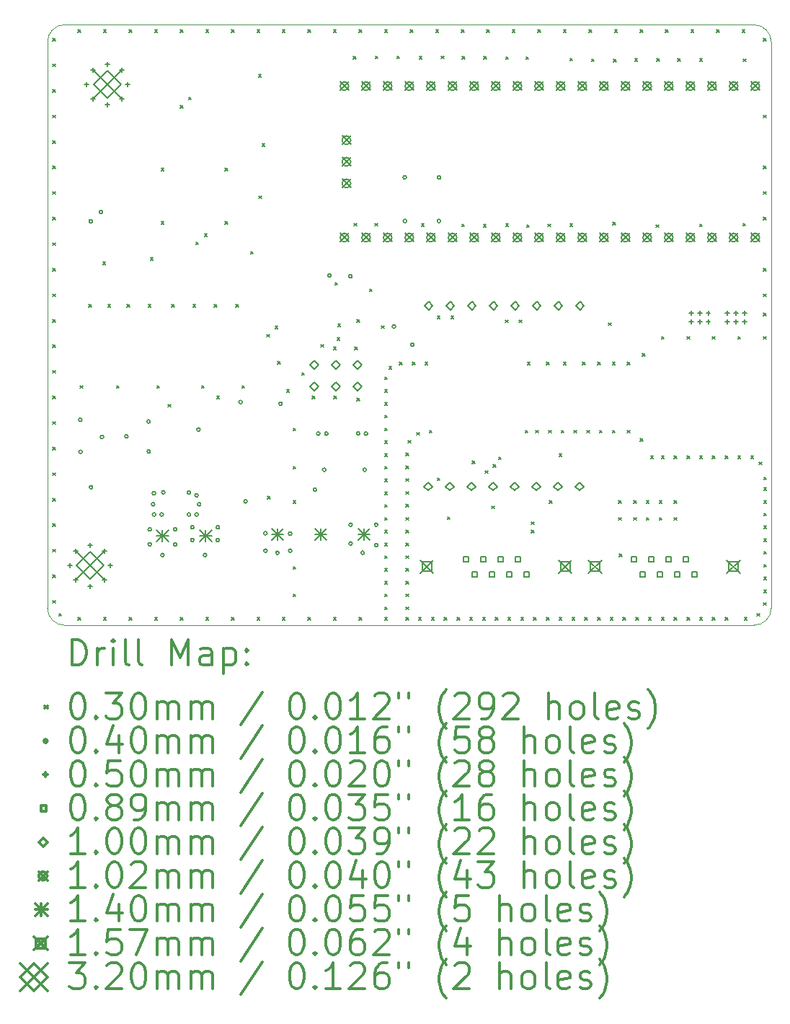
<source format=gbr>
%FSLAX45Y45*%
G04 Gerber Fmt 4.5, Leading zero omitted, Abs format (unit mm)*
G04 Created by KiCad (PCBNEW 5.1.9+dfsg1-1+deb11u1) date 2022-10-19 16:44:58*
%MOMM*%
%LPD*%
G01*
G04 APERTURE LIST*
%TA.AperFunction,Profile*%
%ADD10C,0.050000*%
%TD*%
%ADD11C,0.200000*%
%ADD12C,0.300000*%
G04 APERTURE END LIST*
D10*
X21907500Y-4550000D02*
G75*
G02*
X22107500Y-4750000I0J-200000D01*
G01*
X22107500Y-11400000D02*
G75*
G02*
X21907500Y-11600000I-200000J0D01*
G01*
X13807500Y-11600000D02*
G75*
G02*
X13607500Y-11400000I0J200000D01*
G01*
X13607500Y-4750000D02*
G75*
G02*
X13807500Y-4550000I200000J0D01*
G01*
X22107500Y-11400000D02*
X22107500Y-4750000D01*
X13807500Y-11600000D02*
X21907500Y-11600000D01*
X13607500Y-4750000D02*
X13607500Y-11400000D01*
X21907500Y-4550000D02*
X13807500Y-4550000D01*
D11*
X13667500Y-4710000D02*
X13697500Y-4740000D01*
X13697500Y-4710000D02*
X13667500Y-4740000D01*
X13667500Y-5010000D02*
X13697500Y-5040000D01*
X13697500Y-5010000D02*
X13667500Y-5040000D01*
X13667500Y-5310000D02*
X13697500Y-5340000D01*
X13697500Y-5310000D02*
X13667500Y-5340000D01*
X13667500Y-5610000D02*
X13697500Y-5640000D01*
X13697500Y-5610000D02*
X13667500Y-5640000D01*
X13667500Y-5910000D02*
X13697500Y-5940000D01*
X13697500Y-5910000D02*
X13667500Y-5940000D01*
X13667500Y-6210000D02*
X13697500Y-6240000D01*
X13697500Y-6210000D02*
X13667500Y-6240000D01*
X13667500Y-6510000D02*
X13697500Y-6540000D01*
X13697500Y-6510000D02*
X13667500Y-6540000D01*
X13667500Y-6810000D02*
X13697500Y-6840000D01*
X13697500Y-6810000D02*
X13667500Y-6840000D01*
X13667500Y-7110000D02*
X13697500Y-7140000D01*
X13697500Y-7110000D02*
X13667500Y-7140000D01*
X13667500Y-7410000D02*
X13697500Y-7440000D01*
X13697500Y-7410000D02*
X13667500Y-7440000D01*
X13667500Y-7710000D02*
X13697500Y-7740000D01*
X13697500Y-7710000D02*
X13667500Y-7740000D01*
X13667500Y-8010000D02*
X13697500Y-8040000D01*
X13697500Y-8010000D02*
X13667500Y-8040000D01*
X13667500Y-8310000D02*
X13697500Y-8340000D01*
X13697500Y-8310000D02*
X13667500Y-8340000D01*
X13667500Y-8610000D02*
X13697500Y-8640000D01*
X13697500Y-8610000D02*
X13667500Y-8640000D01*
X13667500Y-8910000D02*
X13697500Y-8940000D01*
X13697500Y-8910000D02*
X13667500Y-8940000D01*
X13667500Y-9210000D02*
X13697500Y-9240000D01*
X13697500Y-9210000D02*
X13667500Y-9240000D01*
X13667500Y-9510000D02*
X13697500Y-9540000D01*
X13697500Y-9510000D02*
X13667500Y-9540000D01*
X13667500Y-9810000D02*
X13697500Y-9840000D01*
X13697500Y-9810000D02*
X13667500Y-9840000D01*
X13667500Y-10110000D02*
X13697500Y-10140000D01*
X13697500Y-10110000D02*
X13667500Y-10140000D01*
X13667500Y-10410000D02*
X13697500Y-10440000D01*
X13697500Y-10410000D02*
X13667500Y-10440000D01*
X13667500Y-10710000D02*
X13697500Y-10740000D01*
X13697500Y-10710000D02*
X13667500Y-10740000D01*
X13667500Y-11010000D02*
X13697500Y-11040000D01*
X13697500Y-11010000D02*
X13667500Y-11040000D01*
X13667500Y-11310000D02*
X13697500Y-11340000D01*
X13697500Y-11310000D02*
X13667500Y-11340000D01*
X13742500Y-11460000D02*
X13772500Y-11490000D01*
X13772500Y-11460000D02*
X13742500Y-11490000D01*
X13967500Y-4610000D02*
X13997500Y-4640000D01*
X13997500Y-4610000D02*
X13967500Y-4640000D01*
X13967500Y-11510000D02*
X13997500Y-11540000D01*
X13997500Y-11510000D02*
X13967500Y-11540000D01*
X13992500Y-8785000D02*
X14022500Y-8815000D01*
X14022500Y-8785000D02*
X13992500Y-8815000D01*
X14092500Y-7835000D02*
X14122500Y-7865000D01*
X14122500Y-7835000D02*
X14092500Y-7865000D01*
X14257500Y-7335000D02*
X14287500Y-7365000D01*
X14287500Y-7335000D02*
X14257500Y-7365000D01*
X14267500Y-4610000D02*
X14297500Y-4640000D01*
X14297500Y-4610000D02*
X14267500Y-4640000D01*
X14267500Y-11510000D02*
X14297500Y-11540000D01*
X14297500Y-11510000D02*
X14267500Y-11540000D01*
X14317500Y-7835000D02*
X14347500Y-7865000D01*
X14347500Y-7835000D02*
X14317500Y-7865000D01*
X14417500Y-8785000D02*
X14447500Y-8815000D01*
X14447500Y-8785000D02*
X14417500Y-8815000D01*
X14542500Y-7835000D02*
X14572500Y-7865000D01*
X14572500Y-7835000D02*
X14542500Y-7865000D01*
X14567500Y-4610000D02*
X14597500Y-4640000D01*
X14597500Y-4610000D02*
X14567500Y-4640000D01*
X14567500Y-11510000D02*
X14597500Y-11540000D01*
X14597500Y-11510000D02*
X14567500Y-11540000D01*
X14792500Y-7835000D02*
X14822500Y-7865000D01*
X14822500Y-7835000D02*
X14792500Y-7865000D01*
X14817500Y-7285000D02*
X14847500Y-7315000D01*
X14847500Y-7285000D02*
X14817500Y-7315000D01*
X14867500Y-4610000D02*
X14897500Y-4640000D01*
X14897500Y-4610000D02*
X14867500Y-4640000D01*
X14867500Y-11510000D02*
X14897500Y-11540000D01*
X14897500Y-11510000D02*
X14867500Y-11540000D01*
X14892500Y-8785000D02*
X14922500Y-8815000D01*
X14922500Y-8785000D02*
X14892500Y-8815000D01*
X14942500Y-6235000D02*
X14972500Y-6265000D01*
X14972500Y-6235000D02*
X14942500Y-6265000D01*
X14942500Y-6860000D02*
X14972500Y-6890000D01*
X14972500Y-6860000D02*
X14942500Y-6890000D01*
X15025500Y-9007000D02*
X15055500Y-9037000D01*
X15055500Y-9007000D02*
X15025500Y-9037000D01*
X15067500Y-7835000D02*
X15097500Y-7865000D01*
X15097500Y-7835000D02*
X15067500Y-7865000D01*
X15165920Y-5499224D02*
X15195920Y-5529224D01*
X15195920Y-5499224D02*
X15165920Y-5529224D01*
X15167500Y-4610000D02*
X15197500Y-4640000D01*
X15197500Y-4610000D02*
X15167500Y-4640000D01*
X15167500Y-11510000D02*
X15197500Y-11540000D01*
X15197500Y-11510000D02*
X15167500Y-11540000D01*
X15265920Y-5399224D02*
X15295920Y-5429224D01*
X15295920Y-5399224D02*
X15265920Y-5429224D01*
X15317500Y-7835000D02*
X15347500Y-7865000D01*
X15347500Y-7835000D02*
X15317500Y-7865000D01*
X15349500Y-7102000D02*
X15379500Y-7132000D01*
X15379500Y-7102000D02*
X15349500Y-7132000D01*
X15417500Y-8785000D02*
X15447500Y-8815000D01*
X15447500Y-8785000D02*
X15417500Y-8815000D01*
X15449500Y-7002000D02*
X15479500Y-7032000D01*
X15479500Y-7002000D02*
X15449500Y-7032000D01*
X15467500Y-4610000D02*
X15497500Y-4640000D01*
X15497500Y-4610000D02*
X15467500Y-4640000D01*
X15467500Y-11510000D02*
X15497500Y-11540000D01*
X15497500Y-11510000D02*
X15467500Y-11540000D01*
X15567500Y-7835000D02*
X15597500Y-7865000D01*
X15597500Y-7835000D02*
X15567500Y-7865000D01*
X15593500Y-8908000D02*
X15623500Y-8938000D01*
X15623500Y-8908000D02*
X15593500Y-8938000D01*
X15692500Y-6235000D02*
X15722500Y-6265000D01*
X15722500Y-6235000D02*
X15692500Y-6265000D01*
X15692500Y-6860000D02*
X15722500Y-6890000D01*
X15722500Y-6860000D02*
X15692500Y-6890000D01*
X15767500Y-4610000D02*
X15797500Y-4640000D01*
X15797500Y-4610000D02*
X15767500Y-4640000D01*
X15767500Y-11510000D02*
X15797500Y-11540000D01*
X15797500Y-11510000D02*
X15767500Y-11540000D01*
X15817500Y-7835000D02*
X15847500Y-7865000D01*
X15847500Y-7835000D02*
X15817500Y-7865000D01*
X15892500Y-8785000D02*
X15922500Y-8815000D01*
X15922500Y-8785000D02*
X15892500Y-8815000D01*
X15992500Y-7210000D02*
X16022500Y-7240000D01*
X16022500Y-7210000D02*
X15992500Y-7240000D01*
X16067500Y-4610000D02*
X16097500Y-4640000D01*
X16097500Y-4610000D02*
X16067500Y-4640000D01*
X16067500Y-11510000D02*
X16097500Y-11540000D01*
X16097500Y-11510000D02*
X16067500Y-11540000D01*
X16086500Y-5132000D02*
X16116500Y-5162000D01*
X16116500Y-5132000D02*
X16086500Y-5162000D01*
X16092500Y-6560000D02*
X16122500Y-6590000D01*
X16122500Y-6560000D02*
X16092500Y-6590000D01*
X16127500Y-5947000D02*
X16157500Y-5977000D01*
X16157500Y-5947000D02*
X16127500Y-5977000D01*
X16182420Y-8186040D02*
X16212420Y-8216040D01*
X16212420Y-8186040D02*
X16182420Y-8216040D01*
X16192500Y-10085000D02*
X16222500Y-10115000D01*
X16222500Y-10085000D02*
X16192500Y-10115000D01*
X16282420Y-8086040D02*
X16312420Y-8116040D01*
X16312420Y-8086040D02*
X16282420Y-8116040D01*
X16312500Y-8505000D02*
X16342500Y-8535000D01*
X16342500Y-8505000D02*
X16312500Y-8535000D01*
X16367500Y-4610000D02*
X16397500Y-4640000D01*
X16397500Y-4610000D02*
X16367500Y-4640000D01*
X16367500Y-11510000D02*
X16397500Y-11540000D01*
X16397500Y-11510000D02*
X16367500Y-11540000D01*
X16417500Y-8835000D02*
X16447500Y-8865000D01*
X16447500Y-8835000D02*
X16417500Y-8865000D01*
X16492500Y-9285000D02*
X16522500Y-9315000D01*
X16522500Y-9285000D02*
X16492500Y-9315000D01*
X16492500Y-9735000D02*
X16522500Y-9765000D01*
X16522500Y-9735000D02*
X16492500Y-9765000D01*
X16492500Y-10135000D02*
X16522500Y-10165000D01*
X16522500Y-10135000D02*
X16492500Y-10165000D01*
X16492500Y-10910000D02*
X16522500Y-10940000D01*
X16522500Y-10910000D02*
X16492500Y-10940000D01*
X16492500Y-11235000D02*
X16522500Y-11265000D01*
X16522500Y-11235000D02*
X16492500Y-11265000D01*
X16592500Y-8635000D02*
X16622500Y-8665000D01*
X16622500Y-8635000D02*
X16592500Y-8665000D01*
X16667500Y-4610000D02*
X16697500Y-4640000D01*
X16697500Y-4610000D02*
X16667500Y-4640000D01*
X16667500Y-11510000D02*
X16697500Y-11540000D01*
X16697500Y-11510000D02*
X16667500Y-11540000D01*
X16717500Y-8910000D02*
X16747500Y-8940000D01*
X16747500Y-8910000D02*
X16717500Y-8940000D01*
X16819956Y-8302498D02*
X16849956Y-8332498D01*
X16849956Y-8302498D02*
X16819956Y-8332498D01*
X16967500Y-4610000D02*
X16997500Y-4640000D01*
X16997500Y-4610000D02*
X16967500Y-4640000D01*
X16967500Y-8335000D02*
X16997500Y-8365000D01*
X16997500Y-8335000D02*
X16967500Y-8365000D01*
X16967500Y-11510000D02*
X16997500Y-11540000D01*
X16997500Y-11510000D02*
X16967500Y-11540000D01*
X16972500Y-8910000D02*
X17002500Y-8940000D01*
X17002500Y-8910000D02*
X16972500Y-8940000D01*
X16982500Y-7574000D02*
X17012500Y-7604000D01*
X17012500Y-7574000D02*
X16982500Y-7604000D01*
X17009998Y-8225000D02*
X17039998Y-8255000D01*
X17039998Y-8225000D02*
X17009998Y-8255000D01*
X17016500Y-8062000D02*
X17046500Y-8092000D01*
X17046500Y-8062000D02*
X17016500Y-8092000D01*
X17199500Y-4920000D02*
X17229500Y-4950000D01*
X17229500Y-4920000D02*
X17199500Y-4950000D01*
X17207500Y-6882000D02*
X17237500Y-6912000D01*
X17237500Y-6882000D02*
X17207500Y-6912000D01*
X17217500Y-8335000D02*
X17247500Y-8365000D01*
X17247500Y-8335000D02*
X17217500Y-8365000D01*
X17242500Y-8010000D02*
X17272500Y-8040000D01*
X17272500Y-8010000D02*
X17242500Y-8040000D01*
X17242500Y-8935000D02*
X17272500Y-8965000D01*
X17272500Y-8935000D02*
X17242500Y-8965000D01*
X17267500Y-4610000D02*
X17297500Y-4640000D01*
X17297500Y-4610000D02*
X17267500Y-4640000D01*
X17267500Y-11510000D02*
X17297500Y-11540000D01*
X17297500Y-11510000D02*
X17267500Y-11540000D01*
X17390500Y-7652000D02*
X17420500Y-7682000D01*
X17420500Y-7652000D02*
X17390500Y-7682000D01*
X17455500Y-6882000D02*
X17485500Y-6912000D01*
X17485500Y-6882000D02*
X17455500Y-6912000D01*
X17458500Y-4918000D02*
X17488500Y-4948000D01*
X17488500Y-4918000D02*
X17458500Y-4948000D01*
X17529500Y-8084000D02*
X17559500Y-8114000D01*
X17559500Y-8084000D02*
X17529500Y-8114000D01*
X17567500Y-4610000D02*
X17597500Y-4640000D01*
X17597500Y-4610000D02*
X17567500Y-4640000D01*
X17567500Y-8685000D02*
X17597500Y-8715000D01*
X17597500Y-8685000D02*
X17567500Y-8715000D01*
X17567500Y-8835000D02*
X17597500Y-8865000D01*
X17597500Y-8835000D02*
X17567500Y-8865000D01*
X17567500Y-8985000D02*
X17597500Y-9015000D01*
X17597500Y-8985000D02*
X17567500Y-9015000D01*
X17567500Y-9135000D02*
X17597500Y-9165000D01*
X17597500Y-9135000D02*
X17567500Y-9165000D01*
X17567500Y-9285000D02*
X17597500Y-9315000D01*
X17597500Y-9285000D02*
X17567500Y-9315000D01*
X17567500Y-9435000D02*
X17597500Y-9465000D01*
X17597500Y-9435000D02*
X17567500Y-9465000D01*
X17567500Y-9585000D02*
X17597500Y-9615000D01*
X17597500Y-9585000D02*
X17567500Y-9615000D01*
X17567500Y-9735000D02*
X17597500Y-9765000D01*
X17597500Y-9735000D02*
X17567500Y-9765000D01*
X17567500Y-9885000D02*
X17597500Y-9915000D01*
X17597500Y-9885000D02*
X17567500Y-9915000D01*
X17567500Y-10035000D02*
X17597500Y-10065000D01*
X17597500Y-10035000D02*
X17567500Y-10065000D01*
X17567500Y-10185000D02*
X17597500Y-10215000D01*
X17597500Y-10185000D02*
X17567500Y-10215000D01*
X17567500Y-10335000D02*
X17597500Y-10365000D01*
X17597500Y-10335000D02*
X17567500Y-10365000D01*
X17567500Y-10485000D02*
X17597500Y-10515000D01*
X17597500Y-10485000D02*
X17567500Y-10515000D01*
X17567500Y-10635000D02*
X17597500Y-10665000D01*
X17597500Y-10635000D02*
X17567500Y-10665000D01*
X17567500Y-10785000D02*
X17597500Y-10815000D01*
X17597500Y-10785000D02*
X17567500Y-10815000D01*
X17567500Y-10935000D02*
X17597500Y-10965000D01*
X17597500Y-10935000D02*
X17567500Y-10965000D01*
X17567500Y-11085000D02*
X17597500Y-11115000D01*
X17597500Y-11085000D02*
X17567500Y-11115000D01*
X17567500Y-11235000D02*
X17597500Y-11265000D01*
X17597500Y-11235000D02*
X17567500Y-11265000D01*
X17567500Y-11385000D02*
X17597500Y-11415000D01*
X17597500Y-11385000D02*
X17567500Y-11415000D01*
X17567500Y-11510000D02*
X17597500Y-11540000D01*
X17597500Y-11510000D02*
X17567500Y-11540000D01*
X17617500Y-8560000D02*
X17647500Y-8590000D01*
X17647500Y-8560000D02*
X17617500Y-8590000D01*
X17712500Y-4917000D02*
X17742500Y-4947000D01*
X17742500Y-4917000D02*
X17712500Y-4947000D01*
X17742500Y-8510000D02*
X17772500Y-8540000D01*
X17772500Y-8510000D02*
X17742500Y-8540000D01*
X17817500Y-9580000D02*
X17847500Y-9610000D01*
X17847500Y-9580000D02*
X17817500Y-9610000D01*
X17817500Y-9730000D02*
X17847500Y-9760000D01*
X17847500Y-9730000D02*
X17817500Y-9760000D01*
X17817500Y-9880000D02*
X17847500Y-9910000D01*
X17847500Y-9880000D02*
X17817500Y-9910000D01*
X17817500Y-10030000D02*
X17847500Y-10060000D01*
X17847500Y-10030000D02*
X17817500Y-10060000D01*
X17817500Y-10180000D02*
X17847500Y-10210000D01*
X17847500Y-10180000D02*
X17817500Y-10210000D01*
X17817500Y-10335000D02*
X17847500Y-10365000D01*
X17847500Y-10335000D02*
X17817500Y-10365000D01*
X17817500Y-10485000D02*
X17847500Y-10515000D01*
X17847500Y-10485000D02*
X17817500Y-10515000D01*
X17817500Y-10635000D02*
X17847500Y-10665000D01*
X17847500Y-10635000D02*
X17817500Y-10665000D01*
X17817500Y-10785000D02*
X17847500Y-10815000D01*
X17847500Y-10785000D02*
X17817500Y-10815000D01*
X17817500Y-10935000D02*
X17847500Y-10965000D01*
X17847500Y-10935000D02*
X17817500Y-10965000D01*
X17817500Y-11085000D02*
X17847500Y-11115000D01*
X17847500Y-11085000D02*
X17817500Y-11115000D01*
X17817500Y-11235000D02*
X17847500Y-11265000D01*
X17847500Y-11235000D02*
X17817500Y-11265000D01*
X17817500Y-11385000D02*
X17847500Y-11415000D01*
X17847500Y-11385000D02*
X17817500Y-11415000D01*
X17817500Y-11510000D02*
X17847500Y-11540000D01*
X17847500Y-11510000D02*
X17817500Y-11540000D01*
X17842500Y-9430000D02*
X17872500Y-9460000D01*
X17872500Y-9430000D02*
X17842500Y-9460000D01*
X17867500Y-4610000D02*
X17897500Y-4640000D01*
X17897500Y-4610000D02*
X17867500Y-4640000D01*
X17892500Y-8510000D02*
X17922500Y-8540000D01*
X17922500Y-8510000D02*
X17892500Y-8540000D01*
X17942500Y-9335000D02*
X17972500Y-9365000D01*
X17972500Y-9335000D02*
X17942500Y-9365000D01*
X17967500Y-11510000D02*
X17997500Y-11540000D01*
X17997500Y-11510000D02*
X17967500Y-11540000D01*
X17972500Y-4920000D02*
X18002500Y-4950000D01*
X18002500Y-4920000D02*
X17972500Y-4950000D01*
X17998500Y-6885000D02*
X18028500Y-6915000D01*
X18028500Y-6885000D02*
X17998500Y-6915000D01*
X18042500Y-8510000D02*
X18072500Y-8540000D01*
X18072500Y-8510000D02*
X18042500Y-8540000D01*
X18092500Y-9310000D02*
X18122500Y-9340000D01*
X18122500Y-9310000D02*
X18092500Y-9340000D01*
X18117500Y-11510000D02*
X18147500Y-11540000D01*
X18147500Y-11510000D02*
X18117500Y-11540000D01*
X18167500Y-4610000D02*
X18197500Y-4640000D01*
X18197500Y-4610000D02*
X18167500Y-4640000D01*
X18187500Y-7970000D02*
X18217500Y-8000000D01*
X18217500Y-7970000D02*
X18187500Y-8000000D01*
X18187500Y-9870000D02*
X18217500Y-9900000D01*
X18217500Y-9870000D02*
X18187500Y-9900000D01*
X18230500Y-4917000D02*
X18260500Y-4947000D01*
X18260500Y-4917000D02*
X18230500Y-4947000D01*
X18267500Y-11510000D02*
X18297500Y-11540000D01*
X18297500Y-11510000D02*
X18267500Y-11540000D01*
X18304500Y-10329000D02*
X18334500Y-10359000D01*
X18334500Y-10329000D02*
X18304500Y-10359000D01*
X18347500Y-7970000D02*
X18377500Y-8000000D01*
X18377500Y-7970000D02*
X18347500Y-8000000D01*
X18417500Y-11510000D02*
X18447500Y-11540000D01*
X18447500Y-11510000D02*
X18417500Y-11540000D01*
X18467500Y-4610000D02*
X18497500Y-4640000D01*
X18497500Y-4610000D02*
X18467500Y-4640000D01*
X18474500Y-6891000D02*
X18504500Y-6921000D01*
X18504500Y-6891000D02*
X18474500Y-6921000D01*
X18479500Y-4920000D02*
X18509500Y-4950000D01*
X18509500Y-4920000D02*
X18479500Y-4950000D01*
X18567500Y-11510000D02*
X18597500Y-11540000D01*
X18597500Y-11510000D02*
X18567500Y-11540000D01*
X18598500Y-9673000D02*
X18628500Y-9703000D01*
X18628500Y-9673000D02*
X18598500Y-9703000D01*
X18717500Y-11510000D02*
X18747500Y-11540000D01*
X18747500Y-11510000D02*
X18717500Y-11540000D01*
X18728500Y-6896000D02*
X18758500Y-6926000D01*
X18758500Y-6896000D02*
X18728500Y-6926000D01*
X18732500Y-4920000D02*
X18762500Y-4950000D01*
X18762500Y-4920000D02*
X18732500Y-4950000D01*
X18747000Y-9785000D02*
X18777000Y-9815000D01*
X18777000Y-9785000D02*
X18747000Y-9815000D01*
X18767500Y-4610000D02*
X18797500Y-4640000D01*
X18797500Y-4610000D02*
X18767500Y-4640000D01*
X18826500Y-10201000D02*
X18856500Y-10231000D01*
X18856500Y-10201000D02*
X18826500Y-10231000D01*
X18842500Y-9714000D02*
X18872500Y-9744000D01*
X18872500Y-9714000D02*
X18842500Y-9744000D01*
X18867500Y-11510000D02*
X18897500Y-11540000D01*
X18897500Y-11510000D02*
X18867500Y-11540000D01*
X18906500Y-9625000D02*
X18936500Y-9655000D01*
X18936500Y-9625000D02*
X18906500Y-9655000D01*
X18985500Y-8016000D02*
X19015500Y-8046000D01*
X19015500Y-8016000D02*
X18985500Y-8046000D01*
X18989500Y-4924000D02*
X19019500Y-4954000D01*
X19019500Y-4924000D02*
X18989500Y-4954000D01*
X18990500Y-6885000D02*
X19020500Y-6915000D01*
X19020500Y-6885000D02*
X18990500Y-6915000D01*
X19017500Y-11510000D02*
X19047500Y-11540000D01*
X19047500Y-11510000D02*
X19017500Y-11540000D01*
X19067500Y-4610000D02*
X19097500Y-4640000D01*
X19097500Y-4610000D02*
X19067500Y-4640000D01*
X19146500Y-8015000D02*
X19176500Y-8045000D01*
X19176500Y-8015000D02*
X19146500Y-8045000D01*
X19167500Y-11510000D02*
X19197500Y-11540000D01*
X19197500Y-11510000D02*
X19167500Y-11540000D01*
X19217500Y-9310000D02*
X19247500Y-9340000D01*
X19247500Y-9310000D02*
X19217500Y-9340000D01*
X19228500Y-4925000D02*
X19258500Y-4955000D01*
X19258500Y-4925000D02*
X19228500Y-4955000D01*
X19235500Y-6899000D02*
X19265500Y-6929000D01*
X19265500Y-6899000D02*
X19235500Y-6929000D01*
X19242500Y-8510000D02*
X19272500Y-8540000D01*
X19272500Y-8510000D02*
X19242500Y-8540000D01*
X19289999Y-10485000D02*
X19319999Y-10515000D01*
X19319999Y-10485000D02*
X19289999Y-10515000D01*
X19292500Y-10385000D02*
X19322500Y-10415000D01*
X19322500Y-10385000D02*
X19292500Y-10415000D01*
X19317500Y-11510000D02*
X19347500Y-11540000D01*
X19347500Y-11510000D02*
X19317500Y-11540000D01*
X19342500Y-9310000D02*
X19372500Y-9340000D01*
X19372500Y-9310000D02*
X19342500Y-9340000D01*
X19367500Y-4610000D02*
X19397500Y-4640000D01*
X19397500Y-4610000D02*
X19367500Y-4640000D01*
X19467500Y-8510000D02*
X19497500Y-8540000D01*
X19497500Y-8510000D02*
X19467500Y-8540000D01*
X19467500Y-11510000D02*
X19497500Y-11540000D01*
X19497500Y-11510000D02*
X19467500Y-11540000D01*
X19486500Y-6891000D02*
X19516500Y-6921000D01*
X19516500Y-6891000D02*
X19486500Y-6921000D01*
X19492500Y-9310000D02*
X19522500Y-9340000D01*
X19522500Y-9310000D02*
X19492500Y-9340000D01*
X19500500Y-10135000D02*
X19530500Y-10165000D01*
X19530500Y-10135000D02*
X19500500Y-10165000D01*
X19617500Y-9585000D02*
X19647500Y-9615000D01*
X19647500Y-9585000D02*
X19617500Y-9615000D01*
X19617500Y-11510000D02*
X19647500Y-11540000D01*
X19647500Y-11510000D02*
X19617500Y-11540000D01*
X19642500Y-9310000D02*
X19672500Y-9340000D01*
X19672500Y-9310000D02*
X19642500Y-9340000D01*
X19667500Y-4610000D02*
X19697500Y-4640000D01*
X19697500Y-4610000D02*
X19667500Y-4640000D01*
X19667500Y-8510000D02*
X19697500Y-8540000D01*
X19697500Y-8510000D02*
X19667500Y-8540000D01*
X19742500Y-6885000D02*
X19772500Y-6915000D01*
X19772500Y-6885000D02*
X19742500Y-6915000D01*
X19745500Y-4944000D02*
X19775500Y-4974000D01*
X19775500Y-4944000D02*
X19745500Y-4974000D01*
X19767500Y-11510000D02*
X19797500Y-11540000D01*
X19797500Y-11510000D02*
X19767500Y-11540000D01*
X19792500Y-9310000D02*
X19822500Y-9340000D01*
X19822500Y-9310000D02*
X19792500Y-9340000D01*
X19892500Y-8510000D02*
X19922500Y-8540000D01*
X19922500Y-8510000D02*
X19892500Y-8540000D01*
X19917500Y-11510000D02*
X19947500Y-11540000D01*
X19947500Y-11510000D02*
X19917500Y-11540000D01*
X19942500Y-9310000D02*
X19972500Y-9340000D01*
X19972500Y-9310000D02*
X19942500Y-9340000D01*
X19967500Y-4610000D02*
X19997500Y-4640000D01*
X19997500Y-4610000D02*
X19967500Y-4640000D01*
X19998500Y-4951000D02*
X20028500Y-4981000D01*
X20028500Y-4951000D02*
X19998500Y-4981000D01*
X20067500Y-8510000D02*
X20097500Y-8540000D01*
X20097500Y-8510000D02*
X20067500Y-8540000D01*
X20067500Y-11510000D02*
X20097500Y-11540000D01*
X20097500Y-11510000D02*
X20067500Y-11540000D01*
X20092500Y-9310000D02*
X20122500Y-9340000D01*
X20122500Y-9310000D02*
X20092500Y-9340000D01*
X20196500Y-8048000D02*
X20226500Y-8078000D01*
X20226500Y-8048000D02*
X20196500Y-8078000D01*
X20217500Y-11510000D02*
X20247500Y-11540000D01*
X20247500Y-11510000D02*
X20217500Y-11540000D01*
X20242500Y-8510000D02*
X20272500Y-8540000D01*
X20272500Y-8510000D02*
X20242500Y-8540000D01*
X20242500Y-9310000D02*
X20272500Y-9340000D01*
X20272500Y-9310000D02*
X20242500Y-9340000D01*
X20249500Y-6868000D02*
X20279500Y-6898000D01*
X20279500Y-6868000D02*
X20249500Y-6898000D01*
X20254500Y-4953000D02*
X20284500Y-4983000D01*
X20284500Y-4953000D02*
X20254500Y-4983000D01*
X20267500Y-4610000D02*
X20297500Y-4640000D01*
X20297500Y-4610000D02*
X20267500Y-4640000D01*
X20317500Y-10135000D02*
X20347500Y-10165000D01*
X20347500Y-10135000D02*
X20317500Y-10165000D01*
X20317500Y-10335000D02*
X20347500Y-10365000D01*
X20347500Y-10335000D02*
X20317500Y-10365000D01*
X20321500Y-10762000D02*
X20351500Y-10792000D01*
X20351500Y-10762000D02*
X20321500Y-10792000D01*
X20367500Y-11510000D02*
X20397500Y-11540000D01*
X20397500Y-11510000D02*
X20367500Y-11540000D01*
X20417500Y-8510000D02*
X20447500Y-8540000D01*
X20447500Y-8510000D02*
X20417500Y-8540000D01*
X20417500Y-9310000D02*
X20447500Y-9340000D01*
X20447500Y-9310000D02*
X20417500Y-9340000D01*
X20492500Y-10135000D02*
X20522500Y-10165000D01*
X20522500Y-10135000D02*
X20492500Y-10165000D01*
X20492500Y-10335000D02*
X20522500Y-10365000D01*
X20522500Y-10335000D02*
X20492500Y-10365000D01*
X20507500Y-4949000D02*
X20537500Y-4979000D01*
X20537500Y-4949000D02*
X20507500Y-4979000D01*
X20517500Y-11510000D02*
X20547500Y-11540000D01*
X20547500Y-11510000D02*
X20517500Y-11540000D01*
X20567500Y-4610000D02*
X20597500Y-4640000D01*
X20597500Y-4610000D02*
X20567500Y-4640000D01*
X20567500Y-9410000D02*
X20597500Y-9440000D01*
X20597500Y-9410000D02*
X20567500Y-9440000D01*
X20592500Y-8410000D02*
X20622500Y-8440000D01*
X20622500Y-8410000D02*
X20592500Y-8440000D01*
X20642500Y-10135000D02*
X20672500Y-10165000D01*
X20672500Y-10135000D02*
X20642500Y-10165000D01*
X20642500Y-10335000D02*
X20672500Y-10365000D01*
X20672500Y-10335000D02*
X20642500Y-10365000D01*
X20667500Y-11510000D02*
X20697500Y-11540000D01*
X20697500Y-11510000D02*
X20667500Y-11540000D01*
X20692500Y-9610000D02*
X20722500Y-9640000D01*
X20722500Y-9610000D02*
X20692500Y-9640000D01*
X20754500Y-6899000D02*
X20784500Y-6929000D01*
X20784500Y-6899000D02*
X20754500Y-6929000D01*
X20764500Y-4949000D02*
X20794500Y-4979000D01*
X20794500Y-4949000D02*
X20764500Y-4979000D01*
X20792500Y-10135000D02*
X20822500Y-10165000D01*
X20822500Y-10135000D02*
X20792500Y-10165000D01*
X20792500Y-10335000D02*
X20822500Y-10365000D01*
X20822500Y-10335000D02*
X20792500Y-10365000D01*
X20817500Y-8210000D02*
X20847500Y-8240000D01*
X20847500Y-8210000D02*
X20817500Y-8240000D01*
X20817500Y-9610000D02*
X20847500Y-9640000D01*
X20847500Y-9610000D02*
X20817500Y-9640000D01*
X20817500Y-11510000D02*
X20847500Y-11540000D01*
X20847500Y-11510000D02*
X20817500Y-11540000D01*
X20867500Y-4610000D02*
X20897500Y-4640000D01*
X20897500Y-4610000D02*
X20867500Y-4640000D01*
X20967500Y-9610000D02*
X20997500Y-9640000D01*
X20997500Y-9610000D02*
X20967500Y-9640000D01*
X20967500Y-10135000D02*
X20997500Y-10165000D01*
X20997500Y-10135000D02*
X20967500Y-10165000D01*
X20967500Y-10335000D02*
X20997500Y-10365000D01*
X20997500Y-10335000D02*
X20967500Y-10365000D01*
X20967500Y-11510000D02*
X20997500Y-11540000D01*
X20997500Y-11510000D02*
X20967500Y-11540000D01*
X21010500Y-4949000D02*
X21040500Y-4979000D01*
X21040500Y-4949000D02*
X21010500Y-4979000D01*
X21117500Y-8210000D02*
X21147500Y-8240000D01*
X21147500Y-8210000D02*
X21117500Y-8240000D01*
X21117500Y-9610000D02*
X21147500Y-9640000D01*
X21147500Y-9610000D02*
X21117500Y-9640000D01*
X21117500Y-11510000D02*
X21147500Y-11540000D01*
X21147500Y-11510000D02*
X21117500Y-11540000D01*
X21167500Y-4610000D02*
X21197500Y-4640000D01*
X21197500Y-4610000D02*
X21167500Y-4640000D01*
X21266500Y-6891000D02*
X21296500Y-6921000D01*
X21296500Y-6891000D02*
X21266500Y-6921000D01*
X21267500Y-4948000D02*
X21297500Y-4978000D01*
X21297500Y-4948000D02*
X21267500Y-4978000D01*
X21267500Y-9610000D02*
X21297500Y-9640000D01*
X21297500Y-9610000D02*
X21267500Y-9640000D01*
X21267500Y-11510000D02*
X21297500Y-11540000D01*
X21297500Y-11510000D02*
X21267500Y-11540000D01*
X21417500Y-8210000D02*
X21447500Y-8240000D01*
X21447500Y-8210000D02*
X21417500Y-8240000D01*
X21417500Y-9610000D02*
X21447500Y-9640000D01*
X21447500Y-9610000D02*
X21417500Y-9640000D01*
X21417500Y-11510000D02*
X21447500Y-11540000D01*
X21447500Y-11510000D02*
X21417500Y-11540000D01*
X21467500Y-4610000D02*
X21497500Y-4640000D01*
X21497500Y-4610000D02*
X21467500Y-4640000D01*
X21567500Y-9610000D02*
X21597500Y-9640000D01*
X21597500Y-9610000D02*
X21567500Y-9640000D01*
X21567500Y-11510000D02*
X21597500Y-11540000D01*
X21597500Y-11510000D02*
X21567500Y-11540000D01*
X21717500Y-8210000D02*
X21747500Y-8240000D01*
X21747500Y-8210000D02*
X21717500Y-8240000D01*
X21717500Y-9610000D02*
X21747500Y-9640000D01*
X21747500Y-9610000D02*
X21717500Y-9640000D01*
X21767500Y-4610000D02*
X21797500Y-4640000D01*
X21797500Y-4610000D02*
X21767500Y-4640000D01*
X21776500Y-6882000D02*
X21806500Y-6912000D01*
X21806500Y-6882000D02*
X21776500Y-6912000D01*
X21778500Y-4951000D02*
X21808500Y-4981000D01*
X21808500Y-4951000D02*
X21778500Y-4981000D01*
X21792500Y-11510000D02*
X21822500Y-11540000D01*
X21822500Y-11510000D02*
X21792500Y-11540000D01*
X21867500Y-9610000D02*
X21897500Y-9640000D01*
X21897500Y-9610000D02*
X21867500Y-9640000D01*
X21942500Y-11460000D02*
X21972500Y-11490000D01*
X21972500Y-11460000D02*
X21942500Y-11490000D01*
X21967500Y-9685000D02*
X21997500Y-9715000D01*
X21997500Y-9685000D02*
X21967500Y-9715000D01*
X22017500Y-4710000D02*
X22047500Y-4740000D01*
X22047500Y-4710000D02*
X22017500Y-4740000D01*
X22017500Y-5610000D02*
X22047500Y-5640000D01*
X22047500Y-5610000D02*
X22017500Y-5640000D01*
X22017500Y-6210000D02*
X22047500Y-6240000D01*
X22047500Y-6210000D02*
X22017500Y-6240000D01*
X22017500Y-6510000D02*
X22047500Y-6540000D01*
X22047500Y-6510000D02*
X22017500Y-6540000D01*
X22017500Y-6810000D02*
X22047500Y-6840000D01*
X22047500Y-6810000D02*
X22017500Y-6840000D01*
X22017500Y-7410000D02*
X22047500Y-7440000D01*
X22047500Y-7410000D02*
X22017500Y-7440000D01*
X22017500Y-7710000D02*
X22047500Y-7740000D01*
X22047500Y-7710000D02*
X22017500Y-7740000D01*
X22017500Y-7935000D02*
X22047500Y-7965000D01*
X22047500Y-7935000D02*
X22017500Y-7965000D01*
X22017500Y-8210000D02*
X22047500Y-8240000D01*
X22047500Y-8210000D02*
X22017500Y-8240000D01*
X22017500Y-11335000D02*
X22047500Y-11365000D01*
X22047500Y-11335000D02*
X22017500Y-11365000D01*
X22022500Y-9860000D02*
X22052500Y-9890000D01*
X22052500Y-9860000D02*
X22022500Y-9890000D01*
X22022500Y-9985000D02*
X22052500Y-10015000D01*
X22052500Y-9985000D02*
X22022500Y-10015000D01*
X22022500Y-10135000D02*
X22052500Y-10165000D01*
X22052500Y-10135000D02*
X22022500Y-10165000D01*
X22022500Y-10285000D02*
X22052500Y-10315000D01*
X22052500Y-10285000D02*
X22022500Y-10315000D01*
X22022500Y-10435000D02*
X22052500Y-10465000D01*
X22052500Y-10435000D02*
X22022500Y-10465000D01*
X22022500Y-10585000D02*
X22052500Y-10615000D01*
X22052500Y-10585000D02*
X22022500Y-10615000D01*
X22022500Y-10735000D02*
X22052500Y-10765000D01*
X22052500Y-10735000D02*
X22022500Y-10765000D01*
X22022500Y-10885000D02*
X22052500Y-10915000D01*
X22052500Y-10885000D02*
X22022500Y-10915000D01*
X22022500Y-11035000D02*
X22052500Y-11065000D01*
X22052500Y-11035000D02*
X22022500Y-11065000D01*
X22022500Y-11185000D02*
X22052500Y-11215000D01*
X22052500Y-11185000D02*
X22022500Y-11215000D01*
X14011500Y-9188000D02*
G75*
G03*
X14011500Y-9188000I-20000J0D01*
G01*
X14014500Y-9564000D02*
G75*
G03*
X14014500Y-9564000I-20000J0D01*
G01*
X14134500Y-6857000D02*
G75*
G03*
X14134500Y-6857000I-20000J0D01*
G01*
X14137500Y-9980000D02*
G75*
G03*
X14137500Y-9980000I-20000J0D01*
G01*
X14254500Y-6747000D02*
G75*
G03*
X14254500Y-6747000I-20000J0D01*
G01*
X14266500Y-9389000D02*
G75*
G03*
X14266500Y-9389000I-20000J0D01*
G01*
X14553500Y-9383000D02*
G75*
G03*
X14553500Y-9383000I-20000J0D01*
G01*
X14813500Y-9208000D02*
G75*
G03*
X14813500Y-9208000I-20000J0D01*
G01*
X14815500Y-9560000D02*
G75*
G03*
X14815500Y-9560000I-20000J0D01*
G01*
X14827500Y-10475000D02*
G75*
G03*
X14827500Y-10475000I-20000J0D01*
G01*
X14827500Y-10650000D02*
G75*
G03*
X14827500Y-10650000I-20000J0D01*
G01*
X14867500Y-10180000D02*
G75*
G03*
X14867500Y-10180000I-20000J0D01*
G01*
X14877500Y-10050000D02*
G75*
G03*
X14877500Y-10050000I-20000J0D01*
G01*
X14877500Y-10300000D02*
G75*
G03*
X14877500Y-10300000I-20000J0D01*
G01*
X14967500Y-10300000D02*
G75*
G03*
X14967500Y-10300000I-20000J0D01*
G01*
X14977500Y-10775000D02*
G75*
G03*
X14977500Y-10775000I-20000J0D01*
G01*
X14987500Y-10040000D02*
G75*
G03*
X14987500Y-10040000I-20000J0D01*
G01*
X15127500Y-10475000D02*
G75*
G03*
X15127500Y-10475000I-20000J0D01*
G01*
X15127500Y-10650000D02*
G75*
G03*
X15127500Y-10650000I-20000J0D01*
G01*
X15287500Y-10040000D02*
G75*
G03*
X15287500Y-10040000I-20000J0D01*
G01*
X15287500Y-10300000D02*
G75*
G03*
X15287500Y-10300000I-20000J0D01*
G01*
X15327500Y-10450000D02*
G75*
G03*
X15327500Y-10450000I-20000J0D01*
G01*
X15327500Y-10600000D02*
G75*
G03*
X15327500Y-10600000I-20000J0D01*
G01*
X15377500Y-10075000D02*
G75*
G03*
X15377500Y-10075000I-20000J0D01*
G01*
X15377500Y-10300000D02*
G75*
G03*
X15377500Y-10300000I-20000J0D01*
G01*
X15399500Y-9302000D02*
G75*
G03*
X15399500Y-9302000I-20000J0D01*
G01*
X15407500Y-10180000D02*
G75*
G03*
X15407500Y-10180000I-20000J0D01*
G01*
X15477500Y-10775000D02*
G75*
G03*
X15477500Y-10775000I-20000J0D01*
G01*
X15627500Y-10450000D02*
G75*
G03*
X15627500Y-10450000I-20000J0D01*
G01*
X15627500Y-10600000D02*
G75*
G03*
X15627500Y-10600000I-20000J0D01*
G01*
X15894500Y-8980000D02*
G75*
G03*
X15894500Y-8980000I-20000J0D01*
G01*
X15952500Y-10147000D02*
G75*
G03*
X15952500Y-10147000I-20000J0D01*
G01*
X16187500Y-10520000D02*
G75*
G03*
X16187500Y-10520000I-20000J0D01*
G01*
X16187500Y-10725000D02*
G75*
G03*
X16187500Y-10725000I-20000J0D01*
G01*
X16327500Y-10750000D02*
G75*
G03*
X16327500Y-10750000I-20000J0D01*
G01*
X16364500Y-9000000D02*
G75*
G03*
X16364500Y-9000000I-20000J0D01*
G01*
X16477500Y-10525000D02*
G75*
G03*
X16477500Y-10525000I-20000J0D01*
G01*
X16477500Y-10725000D02*
G75*
G03*
X16477500Y-10725000I-20000J0D01*
G01*
X16767500Y-10010000D02*
G75*
G03*
X16767500Y-10010000I-20000J0D01*
G01*
X16807500Y-9350000D02*
G75*
G03*
X16807500Y-9350000I-20000J0D01*
G01*
X16877500Y-9775000D02*
G75*
G03*
X16877500Y-9775000I-20000J0D01*
G01*
X16902500Y-9350000D02*
G75*
G03*
X16902500Y-9350000I-20000J0D01*
G01*
X16937500Y-7494000D02*
G75*
G03*
X16937500Y-7494000I-20000J0D01*
G01*
X17185500Y-7502000D02*
G75*
G03*
X17185500Y-7502000I-20000J0D01*
G01*
X17187500Y-10420000D02*
G75*
G03*
X17187500Y-10420000I-20000J0D01*
G01*
X17187500Y-10640000D02*
G75*
G03*
X17187500Y-10640000I-20000J0D01*
G01*
X17277500Y-9350000D02*
G75*
G03*
X17277500Y-9350000I-20000J0D01*
G01*
X17327500Y-10750000D02*
G75*
G03*
X17327500Y-10750000I-20000J0D01*
G01*
X17352500Y-9775000D02*
G75*
G03*
X17352500Y-9775000I-20000J0D01*
G01*
X17367500Y-9350000D02*
G75*
G03*
X17367500Y-9350000I-20000J0D01*
G01*
X17487500Y-10420000D02*
G75*
G03*
X17487500Y-10420000I-20000J0D01*
G01*
X17487500Y-10660000D02*
G75*
G03*
X17487500Y-10660000I-20000J0D01*
G01*
X17696580Y-8093022D02*
G75*
G03*
X17696580Y-8093022I-20000J0D01*
G01*
X17822500Y-6341000D02*
G75*
G03*
X17822500Y-6341000I-20000J0D01*
G01*
X17824500Y-6854000D02*
G75*
G03*
X17824500Y-6854000I-20000J0D01*
G01*
X17912480Y-8307906D02*
G75*
G03*
X17912480Y-8307906I-20000J0D01*
G01*
X18224500Y-6854000D02*
G75*
G03*
X18224500Y-6854000I-20000J0D01*
G01*
X18226500Y-6343000D02*
G75*
G03*
X18226500Y-6343000I-20000J0D01*
G01*
X13867500Y-10875000D02*
X13867500Y-10925000D01*
X13842500Y-10900000D02*
X13892500Y-10900000D01*
X13937794Y-10705294D02*
X13937794Y-10755294D01*
X13912794Y-10730294D02*
X13962794Y-10730294D01*
X13937794Y-11044706D02*
X13937794Y-11094706D01*
X13912794Y-11069706D02*
X13962794Y-11069706D01*
X14067500Y-5225000D02*
X14067500Y-5275000D01*
X14042500Y-5250000D02*
X14092500Y-5250000D01*
X14107500Y-10635000D02*
X14107500Y-10685000D01*
X14082500Y-10660000D02*
X14132500Y-10660000D01*
X14107500Y-11115000D02*
X14107500Y-11165000D01*
X14082500Y-11140000D02*
X14132500Y-11140000D01*
X14137794Y-5055294D02*
X14137794Y-5105294D01*
X14112794Y-5080294D02*
X14162794Y-5080294D01*
X14137794Y-5394706D02*
X14137794Y-5444706D01*
X14112794Y-5419706D02*
X14162794Y-5419706D01*
X14277206Y-10705294D02*
X14277206Y-10755294D01*
X14252206Y-10730294D02*
X14302206Y-10730294D01*
X14277206Y-11044706D02*
X14277206Y-11094706D01*
X14252206Y-11069706D02*
X14302206Y-11069706D01*
X14307500Y-4985000D02*
X14307500Y-5035000D01*
X14282500Y-5010000D02*
X14332500Y-5010000D01*
X14307500Y-5465000D02*
X14307500Y-5515000D01*
X14282500Y-5490000D02*
X14332500Y-5490000D01*
X14347500Y-10875000D02*
X14347500Y-10925000D01*
X14322500Y-10900000D02*
X14372500Y-10900000D01*
X14477206Y-5055294D02*
X14477206Y-5105294D01*
X14452206Y-5080294D02*
X14502206Y-5080294D01*
X14477206Y-5394706D02*
X14477206Y-5444706D01*
X14452206Y-5419706D02*
X14502206Y-5419706D01*
X14547500Y-5225000D02*
X14547500Y-5275000D01*
X14522500Y-5250000D02*
X14572500Y-5250000D01*
X21167500Y-7909000D02*
X21167500Y-7959000D01*
X21142500Y-7934000D02*
X21192500Y-7934000D01*
X21167500Y-8009000D02*
X21167500Y-8059000D01*
X21142500Y-8034000D02*
X21192500Y-8034000D01*
X21267500Y-7909000D02*
X21267500Y-7959000D01*
X21242500Y-7934000D02*
X21292500Y-7934000D01*
X21267500Y-8009000D02*
X21267500Y-8059000D01*
X21242500Y-8034000D02*
X21292500Y-8034000D01*
X21367500Y-7909000D02*
X21367500Y-7959000D01*
X21342500Y-7934000D02*
X21392500Y-7934000D01*
X21367500Y-8009000D02*
X21367500Y-8059000D01*
X21342500Y-8034000D02*
X21392500Y-8034000D01*
X21591500Y-7909000D02*
X21591500Y-7959000D01*
X21566500Y-7934000D02*
X21616500Y-7934000D01*
X21591500Y-8009000D02*
X21591500Y-8059000D01*
X21566500Y-8034000D02*
X21616500Y-8034000D01*
X21691500Y-7909000D02*
X21691500Y-7959000D01*
X21666500Y-7934000D02*
X21716500Y-7934000D01*
X21691500Y-8009000D02*
X21691500Y-8059000D01*
X21666500Y-8034000D02*
X21716500Y-8034000D01*
X21791500Y-7909000D02*
X21791500Y-7959000D01*
X21766500Y-7934000D02*
X21816500Y-7934000D01*
X21791500Y-8009000D02*
X21791500Y-8059000D01*
X21766500Y-8034000D02*
X21816500Y-8034000D01*
X18551767Y-10854467D02*
X18551767Y-10791533D01*
X18488833Y-10791533D01*
X18488833Y-10854467D01*
X18551767Y-10854467D01*
X18653367Y-11032467D02*
X18653367Y-10969533D01*
X18590433Y-10969533D01*
X18590433Y-11032467D01*
X18653367Y-11032467D01*
X18754967Y-10854467D02*
X18754967Y-10791533D01*
X18692033Y-10791533D01*
X18692033Y-10854467D01*
X18754967Y-10854467D01*
X18856567Y-11032467D02*
X18856567Y-10969533D01*
X18793633Y-10969533D01*
X18793633Y-11032467D01*
X18856567Y-11032467D01*
X18958167Y-10854467D02*
X18958167Y-10791533D01*
X18895233Y-10791533D01*
X18895233Y-10854467D01*
X18958167Y-10854467D01*
X19059767Y-11032467D02*
X19059767Y-10969533D01*
X18996833Y-10969533D01*
X18996833Y-11032467D01*
X19059767Y-11032467D01*
X19161367Y-10854467D02*
X19161367Y-10791533D01*
X19098433Y-10791533D01*
X19098433Y-10854467D01*
X19161367Y-10854467D01*
X19262967Y-11032467D02*
X19262967Y-10969533D01*
X19200033Y-10969533D01*
X19200033Y-11032467D01*
X19262967Y-11032467D01*
X20527767Y-10854467D02*
X20527767Y-10791533D01*
X20464833Y-10791533D01*
X20464833Y-10854467D01*
X20527767Y-10854467D01*
X20629367Y-11032467D02*
X20629367Y-10969533D01*
X20566433Y-10969533D01*
X20566433Y-11032467D01*
X20629367Y-11032467D01*
X20730967Y-10854467D02*
X20730967Y-10791533D01*
X20668033Y-10791533D01*
X20668033Y-10854467D01*
X20730967Y-10854467D01*
X20832567Y-11032467D02*
X20832567Y-10969533D01*
X20769633Y-10969533D01*
X20769633Y-11032467D01*
X20832567Y-11032467D01*
X20934167Y-10854467D02*
X20934167Y-10791533D01*
X20871233Y-10791533D01*
X20871233Y-10854467D01*
X20934167Y-10854467D01*
X21035767Y-11032467D02*
X21035767Y-10969533D01*
X20972833Y-10969533D01*
X20972833Y-11032467D01*
X21035767Y-11032467D01*
X21137367Y-10854467D02*
X21137367Y-10791533D01*
X21074433Y-10791533D01*
X21074433Y-10854467D01*
X21137367Y-10854467D01*
X21238967Y-11032467D02*
X21238967Y-10969533D01*
X21176033Y-10969533D01*
X21176033Y-11032467D01*
X21238967Y-11032467D01*
X16739500Y-8590000D02*
X16789500Y-8540000D01*
X16739500Y-8490000D01*
X16689500Y-8540000D01*
X16739500Y-8590000D01*
X16739500Y-8844000D02*
X16789500Y-8794000D01*
X16739500Y-8744000D01*
X16689500Y-8794000D01*
X16739500Y-8844000D01*
X16993500Y-8590000D02*
X17043500Y-8540000D01*
X16993500Y-8490000D01*
X16943500Y-8540000D01*
X16993500Y-8590000D01*
X16993500Y-8844000D02*
X17043500Y-8794000D01*
X16993500Y-8744000D01*
X16943500Y-8794000D01*
X16993500Y-8844000D01*
X17247500Y-8590000D02*
X17297500Y-8540000D01*
X17247500Y-8490000D01*
X17197500Y-8540000D01*
X17247500Y-8590000D01*
X17247500Y-8844000D02*
X17297500Y-8794000D01*
X17247500Y-8744000D01*
X17197500Y-8794000D01*
X17247500Y-8844000D01*
X18079500Y-10020000D02*
X18129500Y-9970000D01*
X18079500Y-9920000D01*
X18029500Y-9970000D01*
X18079500Y-10020000D01*
X18082500Y-7899000D02*
X18132500Y-7849000D01*
X18082500Y-7799000D01*
X18032500Y-7849000D01*
X18082500Y-7899000D01*
X18333500Y-10020000D02*
X18383500Y-9970000D01*
X18333500Y-9920000D01*
X18283500Y-9970000D01*
X18333500Y-10020000D01*
X18336500Y-7899000D02*
X18386500Y-7849000D01*
X18336500Y-7799000D01*
X18286500Y-7849000D01*
X18336500Y-7899000D01*
X18587500Y-10020000D02*
X18637500Y-9970000D01*
X18587500Y-9920000D01*
X18537500Y-9970000D01*
X18587500Y-10020000D01*
X18590500Y-7899000D02*
X18640500Y-7849000D01*
X18590500Y-7799000D01*
X18540500Y-7849000D01*
X18590500Y-7899000D01*
X18841500Y-10020000D02*
X18891500Y-9970000D01*
X18841500Y-9920000D01*
X18791500Y-9970000D01*
X18841500Y-10020000D01*
X18844500Y-7899000D02*
X18894500Y-7849000D01*
X18844500Y-7799000D01*
X18794500Y-7849000D01*
X18844500Y-7899000D01*
X19095500Y-10020000D02*
X19145500Y-9970000D01*
X19095500Y-9920000D01*
X19045500Y-9970000D01*
X19095500Y-10020000D01*
X19098500Y-7899000D02*
X19148500Y-7849000D01*
X19098500Y-7799000D01*
X19048500Y-7849000D01*
X19098500Y-7899000D01*
X19349500Y-10020000D02*
X19399500Y-9970000D01*
X19349500Y-9920000D01*
X19299500Y-9970000D01*
X19349500Y-10020000D01*
X19352500Y-7899000D02*
X19402500Y-7849000D01*
X19352500Y-7799000D01*
X19302500Y-7849000D01*
X19352500Y-7899000D01*
X19603500Y-10020000D02*
X19653500Y-9970000D01*
X19603500Y-9920000D01*
X19553500Y-9970000D01*
X19603500Y-10020000D01*
X19606500Y-7899000D02*
X19656500Y-7849000D01*
X19606500Y-7799000D01*
X19556500Y-7849000D01*
X19606500Y-7899000D01*
X19857500Y-10020000D02*
X19907500Y-9970000D01*
X19857500Y-9920000D01*
X19807500Y-9970000D01*
X19857500Y-10020000D01*
X19860500Y-7899000D02*
X19910500Y-7849000D01*
X19860500Y-7799000D01*
X19810500Y-7849000D01*
X19860500Y-7899000D01*
X17043500Y-5219000D02*
X17145500Y-5321000D01*
X17145500Y-5219000D02*
X17043500Y-5321000D01*
X17145500Y-5270000D02*
G75*
G03*
X17145500Y-5270000I-51000J0D01*
G01*
X17043500Y-6997000D02*
X17145500Y-7099000D01*
X17145500Y-6997000D02*
X17043500Y-7099000D01*
X17145500Y-7048000D02*
G75*
G03*
X17145500Y-7048000I-51000J0D01*
G01*
X17066500Y-5854000D02*
X17168500Y-5956000D01*
X17168500Y-5854000D02*
X17066500Y-5956000D01*
X17168500Y-5905000D02*
G75*
G03*
X17168500Y-5905000I-51000J0D01*
G01*
X17066500Y-6108000D02*
X17168500Y-6210000D01*
X17168500Y-6108000D02*
X17066500Y-6210000D01*
X17168500Y-6159000D02*
G75*
G03*
X17168500Y-6159000I-51000J0D01*
G01*
X17066500Y-6362000D02*
X17168500Y-6464000D01*
X17168500Y-6362000D02*
X17066500Y-6464000D01*
X17168500Y-6413000D02*
G75*
G03*
X17168500Y-6413000I-51000J0D01*
G01*
X17297500Y-5219000D02*
X17399500Y-5321000D01*
X17399500Y-5219000D02*
X17297500Y-5321000D01*
X17399500Y-5270000D02*
G75*
G03*
X17399500Y-5270000I-51000J0D01*
G01*
X17297500Y-6997000D02*
X17399500Y-7099000D01*
X17399500Y-6997000D02*
X17297500Y-7099000D01*
X17399500Y-7048000D02*
G75*
G03*
X17399500Y-7048000I-51000J0D01*
G01*
X17551500Y-5219000D02*
X17653500Y-5321000D01*
X17653500Y-5219000D02*
X17551500Y-5321000D01*
X17653500Y-5270000D02*
G75*
G03*
X17653500Y-5270000I-51000J0D01*
G01*
X17551500Y-6997000D02*
X17653500Y-7099000D01*
X17653500Y-6997000D02*
X17551500Y-7099000D01*
X17653500Y-7048000D02*
G75*
G03*
X17653500Y-7048000I-51000J0D01*
G01*
X17805500Y-5219000D02*
X17907500Y-5321000D01*
X17907500Y-5219000D02*
X17805500Y-5321000D01*
X17907500Y-5270000D02*
G75*
G03*
X17907500Y-5270000I-51000J0D01*
G01*
X17805500Y-6997000D02*
X17907500Y-7099000D01*
X17907500Y-6997000D02*
X17805500Y-7099000D01*
X17907500Y-7048000D02*
G75*
G03*
X17907500Y-7048000I-51000J0D01*
G01*
X18059500Y-5219000D02*
X18161500Y-5321000D01*
X18161500Y-5219000D02*
X18059500Y-5321000D01*
X18161500Y-5270000D02*
G75*
G03*
X18161500Y-5270000I-51000J0D01*
G01*
X18059500Y-6997000D02*
X18161500Y-7099000D01*
X18161500Y-6997000D02*
X18059500Y-7099000D01*
X18161500Y-7048000D02*
G75*
G03*
X18161500Y-7048000I-51000J0D01*
G01*
X18313500Y-5219000D02*
X18415500Y-5321000D01*
X18415500Y-5219000D02*
X18313500Y-5321000D01*
X18415500Y-5270000D02*
G75*
G03*
X18415500Y-5270000I-51000J0D01*
G01*
X18313500Y-6997000D02*
X18415500Y-7099000D01*
X18415500Y-6997000D02*
X18313500Y-7099000D01*
X18415500Y-7048000D02*
G75*
G03*
X18415500Y-7048000I-51000J0D01*
G01*
X18567500Y-5219000D02*
X18669500Y-5321000D01*
X18669500Y-5219000D02*
X18567500Y-5321000D01*
X18669500Y-5270000D02*
G75*
G03*
X18669500Y-5270000I-51000J0D01*
G01*
X18567500Y-6997000D02*
X18669500Y-7099000D01*
X18669500Y-6997000D02*
X18567500Y-7099000D01*
X18669500Y-7048000D02*
G75*
G03*
X18669500Y-7048000I-51000J0D01*
G01*
X18821500Y-5219000D02*
X18923500Y-5321000D01*
X18923500Y-5219000D02*
X18821500Y-5321000D01*
X18923500Y-5270000D02*
G75*
G03*
X18923500Y-5270000I-51000J0D01*
G01*
X18821500Y-6997000D02*
X18923500Y-7099000D01*
X18923500Y-6997000D02*
X18821500Y-7099000D01*
X18923500Y-7048000D02*
G75*
G03*
X18923500Y-7048000I-51000J0D01*
G01*
X19075500Y-5219000D02*
X19177500Y-5321000D01*
X19177500Y-5219000D02*
X19075500Y-5321000D01*
X19177500Y-5270000D02*
G75*
G03*
X19177500Y-5270000I-51000J0D01*
G01*
X19075500Y-6997000D02*
X19177500Y-7099000D01*
X19177500Y-6997000D02*
X19075500Y-7099000D01*
X19177500Y-7048000D02*
G75*
G03*
X19177500Y-7048000I-51000J0D01*
G01*
X19329500Y-5219000D02*
X19431500Y-5321000D01*
X19431500Y-5219000D02*
X19329500Y-5321000D01*
X19431500Y-5270000D02*
G75*
G03*
X19431500Y-5270000I-51000J0D01*
G01*
X19329500Y-6997000D02*
X19431500Y-7099000D01*
X19431500Y-6997000D02*
X19329500Y-7099000D01*
X19431500Y-7048000D02*
G75*
G03*
X19431500Y-7048000I-51000J0D01*
G01*
X19583500Y-5219000D02*
X19685500Y-5321000D01*
X19685500Y-5219000D02*
X19583500Y-5321000D01*
X19685500Y-5270000D02*
G75*
G03*
X19685500Y-5270000I-51000J0D01*
G01*
X19583500Y-6997000D02*
X19685500Y-7099000D01*
X19685500Y-6997000D02*
X19583500Y-7099000D01*
X19685500Y-7048000D02*
G75*
G03*
X19685500Y-7048000I-51000J0D01*
G01*
X19837500Y-5219000D02*
X19939500Y-5321000D01*
X19939500Y-5219000D02*
X19837500Y-5321000D01*
X19939500Y-5270000D02*
G75*
G03*
X19939500Y-5270000I-51000J0D01*
G01*
X19837500Y-6997000D02*
X19939500Y-7099000D01*
X19939500Y-6997000D02*
X19837500Y-7099000D01*
X19939500Y-7048000D02*
G75*
G03*
X19939500Y-7048000I-51000J0D01*
G01*
X20091500Y-5219000D02*
X20193500Y-5321000D01*
X20193500Y-5219000D02*
X20091500Y-5321000D01*
X20193500Y-5270000D02*
G75*
G03*
X20193500Y-5270000I-51000J0D01*
G01*
X20091500Y-6997000D02*
X20193500Y-7099000D01*
X20193500Y-6997000D02*
X20091500Y-7099000D01*
X20193500Y-7048000D02*
G75*
G03*
X20193500Y-7048000I-51000J0D01*
G01*
X20345500Y-5219000D02*
X20447500Y-5321000D01*
X20447500Y-5219000D02*
X20345500Y-5321000D01*
X20447500Y-5270000D02*
G75*
G03*
X20447500Y-5270000I-51000J0D01*
G01*
X20345500Y-6997000D02*
X20447500Y-7099000D01*
X20447500Y-6997000D02*
X20345500Y-7099000D01*
X20447500Y-7048000D02*
G75*
G03*
X20447500Y-7048000I-51000J0D01*
G01*
X20599500Y-5219000D02*
X20701500Y-5321000D01*
X20701500Y-5219000D02*
X20599500Y-5321000D01*
X20701500Y-5270000D02*
G75*
G03*
X20701500Y-5270000I-51000J0D01*
G01*
X20599500Y-6997000D02*
X20701500Y-7099000D01*
X20701500Y-6997000D02*
X20599500Y-7099000D01*
X20701500Y-7048000D02*
G75*
G03*
X20701500Y-7048000I-51000J0D01*
G01*
X20853500Y-5219000D02*
X20955500Y-5321000D01*
X20955500Y-5219000D02*
X20853500Y-5321000D01*
X20955500Y-5270000D02*
G75*
G03*
X20955500Y-5270000I-51000J0D01*
G01*
X20853500Y-6997000D02*
X20955500Y-7099000D01*
X20955500Y-6997000D02*
X20853500Y-7099000D01*
X20955500Y-7048000D02*
G75*
G03*
X20955500Y-7048000I-51000J0D01*
G01*
X21107500Y-5219000D02*
X21209500Y-5321000D01*
X21209500Y-5219000D02*
X21107500Y-5321000D01*
X21209500Y-5270000D02*
G75*
G03*
X21209500Y-5270000I-51000J0D01*
G01*
X21107500Y-6997000D02*
X21209500Y-7099000D01*
X21209500Y-6997000D02*
X21107500Y-7099000D01*
X21209500Y-7048000D02*
G75*
G03*
X21209500Y-7048000I-51000J0D01*
G01*
X21361500Y-5219000D02*
X21463500Y-5321000D01*
X21463500Y-5219000D02*
X21361500Y-5321000D01*
X21463500Y-5270000D02*
G75*
G03*
X21463500Y-5270000I-51000J0D01*
G01*
X21361500Y-6997000D02*
X21463500Y-7099000D01*
X21463500Y-6997000D02*
X21361500Y-7099000D01*
X21463500Y-7048000D02*
G75*
G03*
X21463500Y-7048000I-51000J0D01*
G01*
X21615500Y-5219000D02*
X21717500Y-5321000D01*
X21717500Y-5219000D02*
X21615500Y-5321000D01*
X21717500Y-5270000D02*
G75*
G03*
X21717500Y-5270000I-51000J0D01*
G01*
X21615500Y-6997000D02*
X21717500Y-7099000D01*
X21717500Y-6997000D02*
X21615500Y-7099000D01*
X21717500Y-7048000D02*
G75*
G03*
X21717500Y-7048000I-51000J0D01*
G01*
X21869500Y-5219000D02*
X21971500Y-5321000D01*
X21971500Y-5219000D02*
X21869500Y-5321000D01*
X21971500Y-5270000D02*
G75*
G03*
X21971500Y-5270000I-51000J0D01*
G01*
X21869500Y-6997000D02*
X21971500Y-7099000D01*
X21971500Y-6997000D02*
X21869500Y-7099000D01*
X21971500Y-7048000D02*
G75*
G03*
X21971500Y-7048000I-51000J0D01*
G01*
X14887500Y-10480000D02*
X15027500Y-10620000D01*
X15027500Y-10480000D02*
X14887500Y-10620000D01*
X14957500Y-10480000D02*
X14957500Y-10620000D01*
X14887500Y-10550000D02*
X15027500Y-10550000D01*
X15395500Y-10480000D02*
X15535500Y-10620000D01*
X15535500Y-10480000D02*
X15395500Y-10620000D01*
X15465500Y-10480000D02*
X15465500Y-10620000D01*
X15395500Y-10550000D02*
X15535500Y-10550000D01*
X16237500Y-10462000D02*
X16377500Y-10602000D01*
X16377500Y-10462000D02*
X16237500Y-10602000D01*
X16307500Y-10462000D02*
X16307500Y-10602000D01*
X16237500Y-10532000D02*
X16377500Y-10532000D01*
X16745500Y-10462000D02*
X16885500Y-10602000D01*
X16885500Y-10462000D02*
X16745500Y-10602000D01*
X16815500Y-10462000D02*
X16815500Y-10602000D01*
X16745500Y-10532000D02*
X16885500Y-10532000D01*
X17253500Y-10462000D02*
X17393500Y-10602000D01*
X17393500Y-10462000D02*
X17253500Y-10602000D01*
X17323500Y-10462000D02*
X17323500Y-10602000D01*
X17253500Y-10532000D02*
X17393500Y-10532000D01*
X17984000Y-10833500D02*
X18141000Y-10990500D01*
X18141000Y-10833500D02*
X17984000Y-10990500D01*
X18118008Y-10967508D02*
X18118008Y-10856492D01*
X18006992Y-10856492D01*
X18006992Y-10967508D01*
X18118008Y-10967508D01*
X19610000Y-10833500D02*
X19767000Y-10990500D01*
X19767000Y-10833500D02*
X19610000Y-10990500D01*
X19744008Y-10967508D02*
X19744008Y-10856492D01*
X19632992Y-10856492D01*
X19632992Y-10967508D01*
X19744008Y-10967508D01*
X19960000Y-10833500D02*
X20117000Y-10990500D01*
X20117000Y-10833500D02*
X19960000Y-10990500D01*
X20094008Y-10967508D02*
X20094008Y-10856492D01*
X19982992Y-10856492D01*
X19982992Y-10967508D01*
X20094008Y-10967508D01*
X21586000Y-10833500D02*
X21743000Y-10990500D01*
X21743000Y-10833500D02*
X21586000Y-10990500D01*
X21720008Y-10967508D02*
X21720008Y-10856492D01*
X21608992Y-10856492D01*
X21608992Y-10967508D01*
X21720008Y-10967508D01*
X13947500Y-10740000D02*
X14267500Y-11060000D01*
X14267500Y-10740000D02*
X13947500Y-11060000D01*
X14107500Y-11060000D02*
X14267500Y-10900000D01*
X14107500Y-10740000D01*
X13947500Y-10900000D01*
X14107500Y-11060000D01*
X14147500Y-5090000D02*
X14467500Y-5410000D01*
X14467500Y-5090000D02*
X14147500Y-5410000D01*
X14307500Y-5410000D02*
X14467500Y-5250000D01*
X14307500Y-5090000D01*
X14147500Y-5250000D01*
X14307500Y-5410000D01*
D12*
X13891428Y-12068214D02*
X13891428Y-11768214D01*
X13962857Y-11768214D01*
X14005714Y-11782500D01*
X14034286Y-11811072D01*
X14048571Y-11839643D01*
X14062857Y-11896786D01*
X14062857Y-11939643D01*
X14048571Y-11996786D01*
X14034286Y-12025357D01*
X14005714Y-12053929D01*
X13962857Y-12068214D01*
X13891428Y-12068214D01*
X14191428Y-12068214D02*
X14191428Y-11868214D01*
X14191428Y-11925357D02*
X14205714Y-11896786D01*
X14220000Y-11882500D01*
X14248571Y-11868214D01*
X14277143Y-11868214D01*
X14377143Y-12068214D02*
X14377143Y-11868214D01*
X14377143Y-11768214D02*
X14362857Y-11782500D01*
X14377143Y-11796786D01*
X14391428Y-11782500D01*
X14377143Y-11768214D01*
X14377143Y-11796786D01*
X14562857Y-12068214D02*
X14534286Y-12053929D01*
X14520000Y-12025357D01*
X14520000Y-11768214D01*
X14720000Y-12068214D02*
X14691428Y-12053929D01*
X14677143Y-12025357D01*
X14677143Y-11768214D01*
X15062857Y-12068214D02*
X15062857Y-11768214D01*
X15162857Y-11982500D01*
X15262857Y-11768214D01*
X15262857Y-12068214D01*
X15534286Y-12068214D02*
X15534286Y-11911072D01*
X15520000Y-11882500D01*
X15491428Y-11868214D01*
X15434286Y-11868214D01*
X15405714Y-11882500D01*
X15534286Y-12053929D02*
X15505714Y-12068214D01*
X15434286Y-12068214D01*
X15405714Y-12053929D01*
X15391428Y-12025357D01*
X15391428Y-11996786D01*
X15405714Y-11968214D01*
X15434286Y-11953929D01*
X15505714Y-11953929D01*
X15534286Y-11939643D01*
X15677143Y-11868214D02*
X15677143Y-12168214D01*
X15677143Y-11882500D02*
X15705714Y-11868214D01*
X15762857Y-11868214D01*
X15791428Y-11882500D01*
X15805714Y-11896786D01*
X15820000Y-11925357D01*
X15820000Y-12011072D01*
X15805714Y-12039643D01*
X15791428Y-12053929D01*
X15762857Y-12068214D01*
X15705714Y-12068214D01*
X15677143Y-12053929D01*
X15948571Y-12039643D02*
X15962857Y-12053929D01*
X15948571Y-12068214D01*
X15934286Y-12053929D01*
X15948571Y-12039643D01*
X15948571Y-12068214D01*
X15948571Y-11882500D02*
X15962857Y-11896786D01*
X15948571Y-11911072D01*
X15934286Y-11896786D01*
X15948571Y-11882500D01*
X15948571Y-11911072D01*
X13575000Y-12547500D02*
X13605000Y-12577500D01*
X13605000Y-12547500D02*
X13575000Y-12577500D01*
X13948571Y-12398214D02*
X13977143Y-12398214D01*
X14005714Y-12412500D01*
X14020000Y-12426786D01*
X14034286Y-12455357D01*
X14048571Y-12512500D01*
X14048571Y-12583929D01*
X14034286Y-12641072D01*
X14020000Y-12669643D01*
X14005714Y-12683929D01*
X13977143Y-12698214D01*
X13948571Y-12698214D01*
X13920000Y-12683929D01*
X13905714Y-12669643D01*
X13891428Y-12641072D01*
X13877143Y-12583929D01*
X13877143Y-12512500D01*
X13891428Y-12455357D01*
X13905714Y-12426786D01*
X13920000Y-12412500D01*
X13948571Y-12398214D01*
X14177143Y-12669643D02*
X14191428Y-12683929D01*
X14177143Y-12698214D01*
X14162857Y-12683929D01*
X14177143Y-12669643D01*
X14177143Y-12698214D01*
X14291428Y-12398214D02*
X14477143Y-12398214D01*
X14377143Y-12512500D01*
X14420000Y-12512500D01*
X14448571Y-12526786D01*
X14462857Y-12541072D01*
X14477143Y-12569643D01*
X14477143Y-12641072D01*
X14462857Y-12669643D01*
X14448571Y-12683929D01*
X14420000Y-12698214D01*
X14334286Y-12698214D01*
X14305714Y-12683929D01*
X14291428Y-12669643D01*
X14662857Y-12398214D02*
X14691428Y-12398214D01*
X14720000Y-12412500D01*
X14734286Y-12426786D01*
X14748571Y-12455357D01*
X14762857Y-12512500D01*
X14762857Y-12583929D01*
X14748571Y-12641072D01*
X14734286Y-12669643D01*
X14720000Y-12683929D01*
X14691428Y-12698214D01*
X14662857Y-12698214D01*
X14634286Y-12683929D01*
X14620000Y-12669643D01*
X14605714Y-12641072D01*
X14591428Y-12583929D01*
X14591428Y-12512500D01*
X14605714Y-12455357D01*
X14620000Y-12426786D01*
X14634286Y-12412500D01*
X14662857Y-12398214D01*
X14891428Y-12698214D02*
X14891428Y-12498214D01*
X14891428Y-12526786D02*
X14905714Y-12512500D01*
X14934286Y-12498214D01*
X14977143Y-12498214D01*
X15005714Y-12512500D01*
X15020000Y-12541072D01*
X15020000Y-12698214D01*
X15020000Y-12541072D02*
X15034286Y-12512500D01*
X15062857Y-12498214D01*
X15105714Y-12498214D01*
X15134286Y-12512500D01*
X15148571Y-12541072D01*
X15148571Y-12698214D01*
X15291428Y-12698214D02*
X15291428Y-12498214D01*
X15291428Y-12526786D02*
X15305714Y-12512500D01*
X15334286Y-12498214D01*
X15377143Y-12498214D01*
X15405714Y-12512500D01*
X15420000Y-12541072D01*
X15420000Y-12698214D01*
X15420000Y-12541072D02*
X15434286Y-12512500D01*
X15462857Y-12498214D01*
X15505714Y-12498214D01*
X15534286Y-12512500D01*
X15548571Y-12541072D01*
X15548571Y-12698214D01*
X16134286Y-12383929D02*
X15877143Y-12769643D01*
X16520000Y-12398214D02*
X16548571Y-12398214D01*
X16577143Y-12412500D01*
X16591428Y-12426786D01*
X16605714Y-12455357D01*
X16620000Y-12512500D01*
X16620000Y-12583929D01*
X16605714Y-12641072D01*
X16591428Y-12669643D01*
X16577143Y-12683929D01*
X16548571Y-12698214D01*
X16520000Y-12698214D01*
X16491428Y-12683929D01*
X16477143Y-12669643D01*
X16462857Y-12641072D01*
X16448571Y-12583929D01*
X16448571Y-12512500D01*
X16462857Y-12455357D01*
X16477143Y-12426786D01*
X16491428Y-12412500D01*
X16520000Y-12398214D01*
X16748571Y-12669643D02*
X16762857Y-12683929D01*
X16748571Y-12698214D01*
X16734286Y-12683929D01*
X16748571Y-12669643D01*
X16748571Y-12698214D01*
X16948571Y-12398214D02*
X16977143Y-12398214D01*
X17005714Y-12412500D01*
X17020000Y-12426786D01*
X17034286Y-12455357D01*
X17048571Y-12512500D01*
X17048571Y-12583929D01*
X17034286Y-12641072D01*
X17020000Y-12669643D01*
X17005714Y-12683929D01*
X16977143Y-12698214D01*
X16948571Y-12698214D01*
X16920000Y-12683929D01*
X16905714Y-12669643D01*
X16891428Y-12641072D01*
X16877143Y-12583929D01*
X16877143Y-12512500D01*
X16891428Y-12455357D01*
X16905714Y-12426786D01*
X16920000Y-12412500D01*
X16948571Y-12398214D01*
X17334286Y-12698214D02*
X17162857Y-12698214D01*
X17248571Y-12698214D02*
X17248571Y-12398214D01*
X17220000Y-12441072D01*
X17191428Y-12469643D01*
X17162857Y-12483929D01*
X17448571Y-12426786D02*
X17462857Y-12412500D01*
X17491428Y-12398214D01*
X17562857Y-12398214D01*
X17591428Y-12412500D01*
X17605714Y-12426786D01*
X17620000Y-12455357D01*
X17620000Y-12483929D01*
X17605714Y-12526786D01*
X17434286Y-12698214D01*
X17620000Y-12698214D01*
X17734286Y-12398214D02*
X17734286Y-12455357D01*
X17848571Y-12398214D02*
X17848571Y-12455357D01*
X18291428Y-12812500D02*
X18277143Y-12798214D01*
X18248571Y-12755357D01*
X18234286Y-12726786D01*
X18220000Y-12683929D01*
X18205714Y-12612500D01*
X18205714Y-12555357D01*
X18220000Y-12483929D01*
X18234286Y-12441072D01*
X18248571Y-12412500D01*
X18277143Y-12369643D01*
X18291428Y-12355357D01*
X18391428Y-12426786D02*
X18405714Y-12412500D01*
X18434286Y-12398214D01*
X18505714Y-12398214D01*
X18534286Y-12412500D01*
X18548571Y-12426786D01*
X18562857Y-12455357D01*
X18562857Y-12483929D01*
X18548571Y-12526786D01*
X18377143Y-12698214D01*
X18562857Y-12698214D01*
X18705714Y-12698214D02*
X18762857Y-12698214D01*
X18791428Y-12683929D01*
X18805714Y-12669643D01*
X18834286Y-12626786D01*
X18848571Y-12569643D01*
X18848571Y-12455357D01*
X18834286Y-12426786D01*
X18820000Y-12412500D01*
X18791428Y-12398214D01*
X18734286Y-12398214D01*
X18705714Y-12412500D01*
X18691428Y-12426786D01*
X18677143Y-12455357D01*
X18677143Y-12526786D01*
X18691428Y-12555357D01*
X18705714Y-12569643D01*
X18734286Y-12583929D01*
X18791428Y-12583929D01*
X18820000Y-12569643D01*
X18834286Y-12555357D01*
X18848571Y-12526786D01*
X18962857Y-12426786D02*
X18977143Y-12412500D01*
X19005714Y-12398214D01*
X19077143Y-12398214D01*
X19105714Y-12412500D01*
X19120000Y-12426786D01*
X19134286Y-12455357D01*
X19134286Y-12483929D01*
X19120000Y-12526786D01*
X18948571Y-12698214D01*
X19134286Y-12698214D01*
X19491428Y-12698214D02*
X19491428Y-12398214D01*
X19620000Y-12698214D02*
X19620000Y-12541072D01*
X19605714Y-12512500D01*
X19577143Y-12498214D01*
X19534286Y-12498214D01*
X19505714Y-12512500D01*
X19491428Y-12526786D01*
X19805714Y-12698214D02*
X19777143Y-12683929D01*
X19762857Y-12669643D01*
X19748571Y-12641072D01*
X19748571Y-12555357D01*
X19762857Y-12526786D01*
X19777143Y-12512500D01*
X19805714Y-12498214D01*
X19848571Y-12498214D01*
X19877143Y-12512500D01*
X19891428Y-12526786D01*
X19905714Y-12555357D01*
X19905714Y-12641072D01*
X19891428Y-12669643D01*
X19877143Y-12683929D01*
X19848571Y-12698214D01*
X19805714Y-12698214D01*
X20077143Y-12698214D02*
X20048571Y-12683929D01*
X20034286Y-12655357D01*
X20034286Y-12398214D01*
X20305714Y-12683929D02*
X20277143Y-12698214D01*
X20220000Y-12698214D01*
X20191428Y-12683929D01*
X20177143Y-12655357D01*
X20177143Y-12541072D01*
X20191428Y-12512500D01*
X20220000Y-12498214D01*
X20277143Y-12498214D01*
X20305714Y-12512500D01*
X20320000Y-12541072D01*
X20320000Y-12569643D01*
X20177143Y-12598214D01*
X20434286Y-12683929D02*
X20462857Y-12698214D01*
X20520000Y-12698214D01*
X20548571Y-12683929D01*
X20562857Y-12655357D01*
X20562857Y-12641072D01*
X20548571Y-12612500D01*
X20520000Y-12598214D01*
X20477143Y-12598214D01*
X20448571Y-12583929D01*
X20434286Y-12555357D01*
X20434286Y-12541072D01*
X20448571Y-12512500D01*
X20477143Y-12498214D01*
X20520000Y-12498214D01*
X20548571Y-12512500D01*
X20662857Y-12812500D02*
X20677143Y-12798214D01*
X20705714Y-12755357D01*
X20720000Y-12726786D01*
X20734286Y-12683929D01*
X20748571Y-12612500D01*
X20748571Y-12555357D01*
X20734286Y-12483929D01*
X20720000Y-12441072D01*
X20705714Y-12412500D01*
X20677143Y-12369643D01*
X20662857Y-12355357D01*
X13605000Y-12958500D02*
G75*
G03*
X13605000Y-12958500I-20000J0D01*
G01*
X13948571Y-12794214D02*
X13977143Y-12794214D01*
X14005714Y-12808500D01*
X14020000Y-12822786D01*
X14034286Y-12851357D01*
X14048571Y-12908500D01*
X14048571Y-12979929D01*
X14034286Y-13037072D01*
X14020000Y-13065643D01*
X14005714Y-13079929D01*
X13977143Y-13094214D01*
X13948571Y-13094214D01*
X13920000Y-13079929D01*
X13905714Y-13065643D01*
X13891428Y-13037072D01*
X13877143Y-12979929D01*
X13877143Y-12908500D01*
X13891428Y-12851357D01*
X13905714Y-12822786D01*
X13920000Y-12808500D01*
X13948571Y-12794214D01*
X14177143Y-13065643D02*
X14191428Y-13079929D01*
X14177143Y-13094214D01*
X14162857Y-13079929D01*
X14177143Y-13065643D01*
X14177143Y-13094214D01*
X14448571Y-12894214D02*
X14448571Y-13094214D01*
X14377143Y-12779929D02*
X14305714Y-12994214D01*
X14491428Y-12994214D01*
X14662857Y-12794214D02*
X14691428Y-12794214D01*
X14720000Y-12808500D01*
X14734286Y-12822786D01*
X14748571Y-12851357D01*
X14762857Y-12908500D01*
X14762857Y-12979929D01*
X14748571Y-13037072D01*
X14734286Y-13065643D01*
X14720000Y-13079929D01*
X14691428Y-13094214D01*
X14662857Y-13094214D01*
X14634286Y-13079929D01*
X14620000Y-13065643D01*
X14605714Y-13037072D01*
X14591428Y-12979929D01*
X14591428Y-12908500D01*
X14605714Y-12851357D01*
X14620000Y-12822786D01*
X14634286Y-12808500D01*
X14662857Y-12794214D01*
X14891428Y-13094214D02*
X14891428Y-12894214D01*
X14891428Y-12922786D02*
X14905714Y-12908500D01*
X14934286Y-12894214D01*
X14977143Y-12894214D01*
X15005714Y-12908500D01*
X15020000Y-12937072D01*
X15020000Y-13094214D01*
X15020000Y-12937072D02*
X15034286Y-12908500D01*
X15062857Y-12894214D01*
X15105714Y-12894214D01*
X15134286Y-12908500D01*
X15148571Y-12937072D01*
X15148571Y-13094214D01*
X15291428Y-13094214D02*
X15291428Y-12894214D01*
X15291428Y-12922786D02*
X15305714Y-12908500D01*
X15334286Y-12894214D01*
X15377143Y-12894214D01*
X15405714Y-12908500D01*
X15420000Y-12937072D01*
X15420000Y-13094214D01*
X15420000Y-12937072D02*
X15434286Y-12908500D01*
X15462857Y-12894214D01*
X15505714Y-12894214D01*
X15534286Y-12908500D01*
X15548571Y-12937072D01*
X15548571Y-13094214D01*
X16134286Y-12779929D02*
X15877143Y-13165643D01*
X16520000Y-12794214D02*
X16548571Y-12794214D01*
X16577143Y-12808500D01*
X16591428Y-12822786D01*
X16605714Y-12851357D01*
X16620000Y-12908500D01*
X16620000Y-12979929D01*
X16605714Y-13037072D01*
X16591428Y-13065643D01*
X16577143Y-13079929D01*
X16548571Y-13094214D01*
X16520000Y-13094214D01*
X16491428Y-13079929D01*
X16477143Y-13065643D01*
X16462857Y-13037072D01*
X16448571Y-12979929D01*
X16448571Y-12908500D01*
X16462857Y-12851357D01*
X16477143Y-12822786D01*
X16491428Y-12808500D01*
X16520000Y-12794214D01*
X16748571Y-13065643D02*
X16762857Y-13079929D01*
X16748571Y-13094214D01*
X16734286Y-13079929D01*
X16748571Y-13065643D01*
X16748571Y-13094214D01*
X16948571Y-12794214D02*
X16977143Y-12794214D01*
X17005714Y-12808500D01*
X17020000Y-12822786D01*
X17034286Y-12851357D01*
X17048571Y-12908500D01*
X17048571Y-12979929D01*
X17034286Y-13037072D01*
X17020000Y-13065643D01*
X17005714Y-13079929D01*
X16977143Y-13094214D01*
X16948571Y-13094214D01*
X16920000Y-13079929D01*
X16905714Y-13065643D01*
X16891428Y-13037072D01*
X16877143Y-12979929D01*
X16877143Y-12908500D01*
X16891428Y-12851357D01*
X16905714Y-12822786D01*
X16920000Y-12808500D01*
X16948571Y-12794214D01*
X17334286Y-13094214D02*
X17162857Y-13094214D01*
X17248571Y-13094214D02*
X17248571Y-12794214D01*
X17220000Y-12837072D01*
X17191428Y-12865643D01*
X17162857Y-12879929D01*
X17591428Y-12794214D02*
X17534286Y-12794214D01*
X17505714Y-12808500D01*
X17491428Y-12822786D01*
X17462857Y-12865643D01*
X17448571Y-12922786D01*
X17448571Y-13037072D01*
X17462857Y-13065643D01*
X17477143Y-13079929D01*
X17505714Y-13094214D01*
X17562857Y-13094214D01*
X17591428Y-13079929D01*
X17605714Y-13065643D01*
X17620000Y-13037072D01*
X17620000Y-12965643D01*
X17605714Y-12937072D01*
X17591428Y-12922786D01*
X17562857Y-12908500D01*
X17505714Y-12908500D01*
X17477143Y-12922786D01*
X17462857Y-12937072D01*
X17448571Y-12965643D01*
X17734286Y-12794214D02*
X17734286Y-12851357D01*
X17848571Y-12794214D02*
X17848571Y-12851357D01*
X18291428Y-13208500D02*
X18277143Y-13194214D01*
X18248571Y-13151357D01*
X18234286Y-13122786D01*
X18220000Y-13079929D01*
X18205714Y-13008500D01*
X18205714Y-12951357D01*
X18220000Y-12879929D01*
X18234286Y-12837072D01*
X18248571Y-12808500D01*
X18277143Y-12765643D01*
X18291428Y-12751357D01*
X18548571Y-12794214D02*
X18405714Y-12794214D01*
X18391428Y-12937072D01*
X18405714Y-12922786D01*
X18434286Y-12908500D01*
X18505714Y-12908500D01*
X18534286Y-12922786D01*
X18548571Y-12937072D01*
X18562857Y-12965643D01*
X18562857Y-13037072D01*
X18548571Y-13065643D01*
X18534286Y-13079929D01*
X18505714Y-13094214D01*
X18434286Y-13094214D01*
X18405714Y-13079929D01*
X18391428Y-13065643D01*
X18734286Y-12922786D02*
X18705714Y-12908500D01*
X18691428Y-12894214D01*
X18677143Y-12865643D01*
X18677143Y-12851357D01*
X18691428Y-12822786D01*
X18705714Y-12808500D01*
X18734286Y-12794214D01*
X18791428Y-12794214D01*
X18820000Y-12808500D01*
X18834286Y-12822786D01*
X18848571Y-12851357D01*
X18848571Y-12865643D01*
X18834286Y-12894214D01*
X18820000Y-12908500D01*
X18791428Y-12922786D01*
X18734286Y-12922786D01*
X18705714Y-12937072D01*
X18691428Y-12951357D01*
X18677143Y-12979929D01*
X18677143Y-13037072D01*
X18691428Y-13065643D01*
X18705714Y-13079929D01*
X18734286Y-13094214D01*
X18791428Y-13094214D01*
X18820000Y-13079929D01*
X18834286Y-13065643D01*
X18848571Y-13037072D01*
X18848571Y-12979929D01*
X18834286Y-12951357D01*
X18820000Y-12937072D01*
X18791428Y-12922786D01*
X19205714Y-13094214D02*
X19205714Y-12794214D01*
X19334286Y-13094214D02*
X19334286Y-12937072D01*
X19320000Y-12908500D01*
X19291428Y-12894214D01*
X19248571Y-12894214D01*
X19220000Y-12908500D01*
X19205714Y-12922786D01*
X19520000Y-13094214D02*
X19491428Y-13079929D01*
X19477143Y-13065643D01*
X19462857Y-13037072D01*
X19462857Y-12951357D01*
X19477143Y-12922786D01*
X19491428Y-12908500D01*
X19520000Y-12894214D01*
X19562857Y-12894214D01*
X19591428Y-12908500D01*
X19605714Y-12922786D01*
X19620000Y-12951357D01*
X19620000Y-13037072D01*
X19605714Y-13065643D01*
X19591428Y-13079929D01*
X19562857Y-13094214D01*
X19520000Y-13094214D01*
X19791428Y-13094214D02*
X19762857Y-13079929D01*
X19748571Y-13051357D01*
X19748571Y-12794214D01*
X20020000Y-13079929D02*
X19991428Y-13094214D01*
X19934286Y-13094214D01*
X19905714Y-13079929D01*
X19891428Y-13051357D01*
X19891428Y-12937072D01*
X19905714Y-12908500D01*
X19934286Y-12894214D01*
X19991428Y-12894214D01*
X20020000Y-12908500D01*
X20034286Y-12937072D01*
X20034286Y-12965643D01*
X19891428Y-12994214D01*
X20148571Y-13079929D02*
X20177143Y-13094214D01*
X20234286Y-13094214D01*
X20262857Y-13079929D01*
X20277143Y-13051357D01*
X20277143Y-13037072D01*
X20262857Y-13008500D01*
X20234286Y-12994214D01*
X20191428Y-12994214D01*
X20162857Y-12979929D01*
X20148571Y-12951357D01*
X20148571Y-12937072D01*
X20162857Y-12908500D01*
X20191428Y-12894214D01*
X20234286Y-12894214D01*
X20262857Y-12908500D01*
X20377143Y-13208500D02*
X20391428Y-13194214D01*
X20420000Y-13151357D01*
X20434286Y-13122786D01*
X20448571Y-13079929D01*
X20462857Y-13008500D01*
X20462857Y-12951357D01*
X20448571Y-12879929D01*
X20434286Y-12837072D01*
X20420000Y-12808500D01*
X20391428Y-12765643D01*
X20377143Y-12751357D01*
X13580000Y-13329500D02*
X13580000Y-13379500D01*
X13555000Y-13354500D02*
X13605000Y-13354500D01*
X13948571Y-13190214D02*
X13977143Y-13190214D01*
X14005714Y-13204500D01*
X14020000Y-13218786D01*
X14034286Y-13247357D01*
X14048571Y-13304500D01*
X14048571Y-13375929D01*
X14034286Y-13433072D01*
X14020000Y-13461643D01*
X14005714Y-13475929D01*
X13977143Y-13490214D01*
X13948571Y-13490214D01*
X13920000Y-13475929D01*
X13905714Y-13461643D01*
X13891428Y-13433072D01*
X13877143Y-13375929D01*
X13877143Y-13304500D01*
X13891428Y-13247357D01*
X13905714Y-13218786D01*
X13920000Y-13204500D01*
X13948571Y-13190214D01*
X14177143Y-13461643D02*
X14191428Y-13475929D01*
X14177143Y-13490214D01*
X14162857Y-13475929D01*
X14177143Y-13461643D01*
X14177143Y-13490214D01*
X14462857Y-13190214D02*
X14320000Y-13190214D01*
X14305714Y-13333072D01*
X14320000Y-13318786D01*
X14348571Y-13304500D01*
X14420000Y-13304500D01*
X14448571Y-13318786D01*
X14462857Y-13333072D01*
X14477143Y-13361643D01*
X14477143Y-13433072D01*
X14462857Y-13461643D01*
X14448571Y-13475929D01*
X14420000Y-13490214D01*
X14348571Y-13490214D01*
X14320000Y-13475929D01*
X14305714Y-13461643D01*
X14662857Y-13190214D02*
X14691428Y-13190214D01*
X14720000Y-13204500D01*
X14734286Y-13218786D01*
X14748571Y-13247357D01*
X14762857Y-13304500D01*
X14762857Y-13375929D01*
X14748571Y-13433072D01*
X14734286Y-13461643D01*
X14720000Y-13475929D01*
X14691428Y-13490214D01*
X14662857Y-13490214D01*
X14634286Y-13475929D01*
X14620000Y-13461643D01*
X14605714Y-13433072D01*
X14591428Y-13375929D01*
X14591428Y-13304500D01*
X14605714Y-13247357D01*
X14620000Y-13218786D01*
X14634286Y-13204500D01*
X14662857Y-13190214D01*
X14891428Y-13490214D02*
X14891428Y-13290214D01*
X14891428Y-13318786D02*
X14905714Y-13304500D01*
X14934286Y-13290214D01*
X14977143Y-13290214D01*
X15005714Y-13304500D01*
X15020000Y-13333072D01*
X15020000Y-13490214D01*
X15020000Y-13333072D02*
X15034286Y-13304500D01*
X15062857Y-13290214D01*
X15105714Y-13290214D01*
X15134286Y-13304500D01*
X15148571Y-13333072D01*
X15148571Y-13490214D01*
X15291428Y-13490214D02*
X15291428Y-13290214D01*
X15291428Y-13318786D02*
X15305714Y-13304500D01*
X15334286Y-13290214D01*
X15377143Y-13290214D01*
X15405714Y-13304500D01*
X15420000Y-13333072D01*
X15420000Y-13490214D01*
X15420000Y-13333072D02*
X15434286Y-13304500D01*
X15462857Y-13290214D01*
X15505714Y-13290214D01*
X15534286Y-13304500D01*
X15548571Y-13333072D01*
X15548571Y-13490214D01*
X16134286Y-13175929D02*
X15877143Y-13561643D01*
X16520000Y-13190214D02*
X16548571Y-13190214D01*
X16577143Y-13204500D01*
X16591428Y-13218786D01*
X16605714Y-13247357D01*
X16620000Y-13304500D01*
X16620000Y-13375929D01*
X16605714Y-13433072D01*
X16591428Y-13461643D01*
X16577143Y-13475929D01*
X16548571Y-13490214D01*
X16520000Y-13490214D01*
X16491428Y-13475929D01*
X16477143Y-13461643D01*
X16462857Y-13433072D01*
X16448571Y-13375929D01*
X16448571Y-13304500D01*
X16462857Y-13247357D01*
X16477143Y-13218786D01*
X16491428Y-13204500D01*
X16520000Y-13190214D01*
X16748571Y-13461643D02*
X16762857Y-13475929D01*
X16748571Y-13490214D01*
X16734286Y-13475929D01*
X16748571Y-13461643D01*
X16748571Y-13490214D01*
X16948571Y-13190214D02*
X16977143Y-13190214D01*
X17005714Y-13204500D01*
X17020000Y-13218786D01*
X17034286Y-13247357D01*
X17048571Y-13304500D01*
X17048571Y-13375929D01*
X17034286Y-13433072D01*
X17020000Y-13461643D01*
X17005714Y-13475929D01*
X16977143Y-13490214D01*
X16948571Y-13490214D01*
X16920000Y-13475929D01*
X16905714Y-13461643D01*
X16891428Y-13433072D01*
X16877143Y-13375929D01*
X16877143Y-13304500D01*
X16891428Y-13247357D01*
X16905714Y-13218786D01*
X16920000Y-13204500D01*
X16948571Y-13190214D01*
X17162857Y-13218786D02*
X17177143Y-13204500D01*
X17205714Y-13190214D01*
X17277143Y-13190214D01*
X17305714Y-13204500D01*
X17320000Y-13218786D01*
X17334286Y-13247357D01*
X17334286Y-13275929D01*
X17320000Y-13318786D01*
X17148571Y-13490214D01*
X17334286Y-13490214D01*
X17520000Y-13190214D02*
X17548571Y-13190214D01*
X17577143Y-13204500D01*
X17591428Y-13218786D01*
X17605714Y-13247357D01*
X17620000Y-13304500D01*
X17620000Y-13375929D01*
X17605714Y-13433072D01*
X17591428Y-13461643D01*
X17577143Y-13475929D01*
X17548571Y-13490214D01*
X17520000Y-13490214D01*
X17491428Y-13475929D01*
X17477143Y-13461643D01*
X17462857Y-13433072D01*
X17448571Y-13375929D01*
X17448571Y-13304500D01*
X17462857Y-13247357D01*
X17477143Y-13218786D01*
X17491428Y-13204500D01*
X17520000Y-13190214D01*
X17734286Y-13190214D02*
X17734286Y-13247357D01*
X17848571Y-13190214D02*
X17848571Y-13247357D01*
X18291428Y-13604500D02*
X18277143Y-13590214D01*
X18248571Y-13547357D01*
X18234286Y-13518786D01*
X18220000Y-13475929D01*
X18205714Y-13404500D01*
X18205714Y-13347357D01*
X18220000Y-13275929D01*
X18234286Y-13233072D01*
X18248571Y-13204500D01*
X18277143Y-13161643D01*
X18291428Y-13147357D01*
X18391428Y-13218786D02*
X18405714Y-13204500D01*
X18434286Y-13190214D01*
X18505714Y-13190214D01*
X18534286Y-13204500D01*
X18548571Y-13218786D01*
X18562857Y-13247357D01*
X18562857Y-13275929D01*
X18548571Y-13318786D01*
X18377143Y-13490214D01*
X18562857Y-13490214D01*
X18734286Y-13318786D02*
X18705714Y-13304500D01*
X18691428Y-13290214D01*
X18677143Y-13261643D01*
X18677143Y-13247357D01*
X18691428Y-13218786D01*
X18705714Y-13204500D01*
X18734286Y-13190214D01*
X18791428Y-13190214D01*
X18820000Y-13204500D01*
X18834286Y-13218786D01*
X18848571Y-13247357D01*
X18848571Y-13261643D01*
X18834286Y-13290214D01*
X18820000Y-13304500D01*
X18791428Y-13318786D01*
X18734286Y-13318786D01*
X18705714Y-13333072D01*
X18691428Y-13347357D01*
X18677143Y-13375929D01*
X18677143Y-13433072D01*
X18691428Y-13461643D01*
X18705714Y-13475929D01*
X18734286Y-13490214D01*
X18791428Y-13490214D01*
X18820000Y-13475929D01*
X18834286Y-13461643D01*
X18848571Y-13433072D01*
X18848571Y-13375929D01*
X18834286Y-13347357D01*
X18820000Y-13333072D01*
X18791428Y-13318786D01*
X19205714Y-13490214D02*
X19205714Y-13190214D01*
X19334286Y-13490214D02*
X19334286Y-13333072D01*
X19320000Y-13304500D01*
X19291428Y-13290214D01*
X19248571Y-13290214D01*
X19220000Y-13304500D01*
X19205714Y-13318786D01*
X19520000Y-13490214D02*
X19491428Y-13475929D01*
X19477143Y-13461643D01*
X19462857Y-13433072D01*
X19462857Y-13347357D01*
X19477143Y-13318786D01*
X19491428Y-13304500D01*
X19520000Y-13290214D01*
X19562857Y-13290214D01*
X19591428Y-13304500D01*
X19605714Y-13318786D01*
X19620000Y-13347357D01*
X19620000Y-13433072D01*
X19605714Y-13461643D01*
X19591428Y-13475929D01*
X19562857Y-13490214D01*
X19520000Y-13490214D01*
X19791428Y-13490214D02*
X19762857Y-13475929D01*
X19748571Y-13447357D01*
X19748571Y-13190214D01*
X20020000Y-13475929D02*
X19991428Y-13490214D01*
X19934286Y-13490214D01*
X19905714Y-13475929D01*
X19891428Y-13447357D01*
X19891428Y-13333072D01*
X19905714Y-13304500D01*
X19934286Y-13290214D01*
X19991428Y-13290214D01*
X20020000Y-13304500D01*
X20034286Y-13333072D01*
X20034286Y-13361643D01*
X19891428Y-13390214D01*
X20148571Y-13475929D02*
X20177143Y-13490214D01*
X20234286Y-13490214D01*
X20262857Y-13475929D01*
X20277143Y-13447357D01*
X20277143Y-13433072D01*
X20262857Y-13404500D01*
X20234286Y-13390214D01*
X20191428Y-13390214D01*
X20162857Y-13375929D01*
X20148571Y-13347357D01*
X20148571Y-13333072D01*
X20162857Y-13304500D01*
X20191428Y-13290214D01*
X20234286Y-13290214D01*
X20262857Y-13304500D01*
X20377143Y-13604500D02*
X20391428Y-13590214D01*
X20420000Y-13547357D01*
X20434286Y-13518786D01*
X20448571Y-13475929D01*
X20462857Y-13404500D01*
X20462857Y-13347357D01*
X20448571Y-13275929D01*
X20434286Y-13233072D01*
X20420000Y-13204500D01*
X20391428Y-13161643D01*
X20377143Y-13147357D01*
X13591966Y-13781967D02*
X13591966Y-13719034D01*
X13529033Y-13719034D01*
X13529033Y-13781967D01*
X13591966Y-13781967D01*
X13948571Y-13586214D02*
X13977143Y-13586214D01*
X14005714Y-13600500D01*
X14020000Y-13614786D01*
X14034286Y-13643357D01*
X14048571Y-13700500D01*
X14048571Y-13771929D01*
X14034286Y-13829072D01*
X14020000Y-13857643D01*
X14005714Y-13871929D01*
X13977143Y-13886214D01*
X13948571Y-13886214D01*
X13920000Y-13871929D01*
X13905714Y-13857643D01*
X13891428Y-13829072D01*
X13877143Y-13771929D01*
X13877143Y-13700500D01*
X13891428Y-13643357D01*
X13905714Y-13614786D01*
X13920000Y-13600500D01*
X13948571Y-13586214D01*
X14177143Y-13857643D02*
X14191428Y-13871929D01*
X14177143Y-13886214D01*
X14162857Y-13871929D01*
X14177143Y-13857643D01*
X14177143Y-13886214D01*
X14362857Y-13714786D02*
X14334286Y-13700500D01*
X14320000Y-13686214D01*
X14305714Y-13657643D01*
X14305714Y-13643357D01*
X14320000Y-13614786D01*
X14334286Y-13600500D01*
X14362857Y-13586214D01*
X14420000Y-13586214D01*
X14448571Y-13600500D01*
X14462857Y-13614786D01*
X14477143Y-13643357D01*
X14477143Y-13657643D01*
X14462857Y-13686214D01*
X14448571Y-13700500D01*
X14420000Y-13714786D01*
X14362857Y-13714786D01*
X14334286Y-13729072D01*
X14320000Y-13743357D01*
X14305714Y-13771929D01*
X14305714Y-13829072D01*
X14320000Y-13857643D01*
X14334286Y-13871929D01*
X14362857Y-13886214D01*
X14420000Y-13886214D01*
X14448571Y-13871929D01*
X14462857Y-13857643D01*
X14477143Y-13829072D01*
X14477143Y-13771929D01*
X14462857Y-13743357D01*
X14448571Y-13729072D01*
X14420000Y-13714786D01*
X14620000Y-13886214D02*
X14677143Y-13886214D01*
X14705714Y-13871929D01*
X14720000Y-13857643D01*
X14748571Y-13814786D01*
X14762857Y-13757643D01*
X14762857Y-13643357D01*
X14748571Y-13614786D01*
X14734286Y-13600500D01*
X14705714Y-13586214D01*
X14648571Y-13586214D01*
X14620000Y-13600500D01*
X14605714Y-13614786D01*
X14591428Y-13643357D01*
X14591428Y-13714786D01*
X14605714Y-13743357D01*
X14620000Y-13757643D01*
X14648571Y-13771929D01*
X14705714Y-13771929D01*
X14734286Y-13757643D01*
X14748571Y-13743357D01*
X14762857Y-13714786D01*
X14891428Y-13886214D02*
X14891428Y-13686214D01*
X14891428Y-13714786D02*
X14905714Y-13700500D01*
X14934286Y-13686214D01*
X14977143Y-13686214D01*
X15005714Y-13700500D01*
X15020000Y-13729072D01*
X15020000Y-13886214D01*
X15020000Y-13729072D02*
X15034286Y-13700500D01*
X15062857Y-13686214D01*
X15105714Y-13686214D01*
X15134286Y-13700500D01*
X15148571Y-13729072D01*
X15148571Y-13886214D01*
X15291428Y-13886214D02*
X15291428Y-13686214D01*
X15291428Y-13714786D02*
X15305714Y-13700500D01*
X15334286Y-13686214D01*
X15377143Y-13686214D01*
X15405714Y-13700500D01*
X15420000Y-13729072D01*
X15420000Y-13886214D01*
X15420000Y-13729072D02*
X15434286Y-13700500D01*
X15462857Y-13686214D01*
X15505714Y-13686214D01*
X15534286Y-13700500D01*
X15548571Y-13729072D01*
X15548571Y-13886214D01*
X16134286Y-13571929D02*
X15877143Y-13957643D01*
X16520000Y-13586214D02*
X16548571Y-13586214D01*
X16577143Y-13600500D01*
X16591428Y-13614786D01*
X16605714Y-13643357D01*
X16620000Y-13700500D01*
X16620000Y-13771929D01*
X16605714Y-13829072D01*
X16591428Y-13857643D01*
X16577143Y-13871929D01*
X16548571Y-13886214D01*
X16520000Y-13886214D01*
X16491428Y-13871929D01*
X16477143Y-13857643D01*
X16462857Y-13829072D01*
X16448571Y-13771929D01*
X16448571Y-13700500D01*
X16462857Y-13643357D01*
X16477143Y-13614786D01*
X16491428Y-13600500D01*
X16520000Y-13586214D01*
X16748571Y-13857643D02*
X16762857Y-13871929D01*
X16748571Y-13886214D01*
X16734286Y-13871929D01*
X16748571Y-13857643D01*
X16748571Y-13886214D01*
X16948571Y-13586214D02*
X16977143Y-13586214D01*
X17005714Y-13600500D01*
X17020000Y-13614786D01*
X17034286Y-13643357D01*
X17048571Y-13700500D01*
X17048571Y-13771929D01*
X17034286Y-13829072D01*
X17020000Y-13857643D01*
X17005714Y-13871929D01*
X16977143Y-13886214D01*
X16948571Y-13886214D01*
X16920000Y-13871929D01*
X16905714Y-13857643D01*
X16891428Y-13829072D01*
X16877143Y-13771929D01*
X16877143Y-13700500D01*
X16891428Y-13643357D01*
X16905714Y-13614786D01*
X16920000Y-13600500D01*
X16948571Y-13586214D01*
X17148571Y-13586214D02*
X17334286Y-13586214D01*
X17234286Y-13700500D01*
X17277143Y-13700500D01*
X17305714Y-13714786D01*
X17320000Y-13729072D01*
X17334286Y-13757643D01*
X17334286Y-13829072D01*
X17320000Y-13857643D01*
X17305714Y-13871929D01*
X17277143Y-13886214D01*
X17191428Y-13886214D01*
X17162857Y-13871929D01*
X17148571Y-13857643D01*
X17605714Y-13586214D02*
X17462857Y-13586214D01*
X17448571Y-13729072D01*
X17462857Y-13714786D01*
X17491428Y-13700500D01*
X17562857Y-13700500D01*
X17591428Y-13714786D01*
X17605714Y-13729072D01*
X17620000Y-13757643D01*
X17620000Y-13829072D01*
X17605714Y-13857643D01*
X17591428Y-13871929D01*
X17562857Y-13886214D01*
X17491428Y-13886214D01*
X17462857Y-13871929D01*
X17448571Y-13857643D01*
X17734286Y-13586214D02*
X17734286Y-13643357D01*
X17848571Y-13586214D02*
X17848571Y-13643357D01*
X18291428Y-14000500D02*
X18277143Y-13986214D01*
X18248571Y-13943357D01*
X18234286Y-13914786D01*
X18220000Y-13871929D01*
X18205714Y-13800500D01*
X18205714Y-13743357D01*
X18220000Y-13671929D01*
X18234286Y-13629072D01*
X18248571Y-13600500D01*
X18277143Y-13557643D01*
X18291428Y-13543357D01*
X18562857Y-13886214D02*
X18391428Y-13886214D01*
X18477143Y-13886214D02*
X18477143Y-13586214D01*
X18448571Y-13629072D01*
X18420000Y-13657643D01*
X18391428Y-13671929D01*
X18820000Y-13586214D02*
X18762857Y-13586214D01*
X18734286Y-13600500D01*
X18720000Y-13614786D01*
X18691428Y-13657643D01*
X18677143Y-13714786D01*
X18677143Y-13829072D01*
X18691428Y-13857643D01*
X18705714Y-13871929D01*
X18734286Y-13886214D01*
X18791428Y-13886214D01*
X18820000Y-13871929D01*
X18834286Y-13857643D01*
X18848571Y-13829072D01*
X18848571Y-13757643D01*
X18834286Y-13729072D01*
X18820000Y-13714786D01*
X18791428Y-13700500D01*
X18734286Y-13700500D01*
X18705714Y-13714786D01*
X18691428Y-13729072D01*
X18677143Y-13757643D01*
X19205714Y-13886214D02*
X19205714Y-13586214D01*
X19334286Y-13886214D02*
X19334286Y-13729072D01*
X19320000Y-13700500D01*
X19291428Y-13686214D01*
X19248571Y-13686214D01*
X19220000Y-13700500D01*
X19205714Y-13714786D01*
X19520000Y-13886214D02*
X19491428Y-13871929D01*
X19477143Y-13857643D01*
X19462857Y-13829072D01*
X19462857Y-13743357D01*
X19477143Y-13714786D01*
X19491428Y-13700500D01*
X19520000Y-13686214D01*
X19562857Y-13686214D01*
X19591428Y-13700500D01*
X19605714Y-13714786D01*
X19620000Y-13743357D01*
X19620000Y-13829072D01*
X19605714Y-13857643D01*
X19591428Y-13871929D01*
X19562857Y-13886214D01*
X19520000Y-13886214D01*
X19791428Y-13886214D02*
X19762857Y-13871929D01*
X19748571Y-13843357D01*
X19748571Y-13586214D01*
X20020000Y-13871929D02*
X19991428Y-13886214D01*
X19934286Y-13886214D01*
X19905714Y-13871929D01*
X19891428Y-13843357D01*
X19891428Y-13729072D01*
X19905714Y-13700500D01*
X19934286Y-13686214D01*
X19991428Y-13686214D01*
X20020000Y-13700500D01*
X20034286Y-13729072D01*
X20034286Y-13757643D01*
X19891428Y-13786214D01*
X20148571Y-13871929D02*
X20177143Y-13886214D01*
X20234286Y-13886214D01*
X20262857Y-13871929D01*
X20277143Y-13843357D01*
X20277143Y-13829072D01*
X20262857Y-13800500D01*
X20234286Y-13786214D01*
X20191428Y-13786214D01*
X20162857Y-13771929D01*
X20148571Y-13743357D01*
X20148571Y-13729072D01*
X20162857Y-13700500D01*
X20191428Y-13686214D01*
X20234286Y-13686214D01*
X20262857Y-13700500D01*
X20377143Y-14000500D02*
X20391428Y-13986214D01*
X20420000Y-13943357D01*
X20434286Y-13914786D01*
X20448571Y-13871929D01*
X20462857Y-13800500D01*
X20462857Y-13743357D01*
X20448571Y-13671929D01*
X20434286Y-13629072D01*
X20420000Y-13600500D01*
X20391428Y-13557643D01*
X20377143Y-13543357D01*
X13555000Y-14196500D02*
X13605000Y-14146500D01*
X13555000Y-14096500D01*
X13505000Y-14146500D01*
X13555000Y-14196500D01*
X14048571Y-14282214D02*
X13877143Y-14282214D01*
X13962857Y-14282214D02*
X13962857Y-13982214D01*
X13934286Y-14025072D01*
X13905714Y-14053643D01*
X13877143Y-14067929D01*
X14177143Y-14253643D02*
X14191428Y-14267929D01*
X14177143Y-14282214D01*
X14162857Y-14267929D01*
X14177143Y-14253643D01*
X14177143Y-14282214D01*
X14377143Y-13982214D02*
X14405714Y-13982214D01*
X14434286Y-13996500D01*
X14448571Y-14010786D01*
X14462857Y-14039357D01*
X14477143Y-14096500D01*
X14477143Y-14167929D01*
X14462857Y-14225072D01*
X14448571Y-14253643D01*
X14434286Y-14267929D01*
X14405714Y-14282214D01*
X14377143Y-14282214D01*
X14348571Y-14267929D01*
X14334286Y-14253643D01*
X14320000Y-14225072D01*
X14305714Y-14167929D01*
X14305714Y-14096500D01*
X14320000Y-14039357D01*
X14334286Y-14010786D01*
X14348571Y-13996500D01*
X14377143Y-13982214D01*
X14662857Y-13982214D02*
X14691428Y-13982214D01*
X14720000Y-13996500D01*
X14734286Y-14010786D01*
X14748571Y-14039357D01*
X14762857Y-14096500D01*
X14762857Y-14167929D01*
X14748571Y-14225072D01*
X14734286Y-14253643D01*
X14720000Y-14267929D01*
X14691428Y-14282214D01*
X14662857Y-14282214D01*
X14634286Y-14267929D01*
X14620000Y-14253643D01*
X14605714Y-14225072D01*
X14591428Y-14167929D01*
X14591428Y-14096500D01*
X14605714Y-14039357D01*
X14620000Y-14010786D01*
X14634286Y-13996500D01*
X14662857Y-13982214D01*
X14891428Y-14282214D02*
X14891428Y-14082214D01*
X14891428Y-14110786D02*
X14905714Y-14096500D01*
X14934286Y-14082214D01*
X14977143Y-14082214D01*
X15005714Y-14096500D01*
X15020000Y-14125072D01*
X15020000Y-14282214D01*
X15020000Y-14125072D02*
X15034286Y-14096500D01*
X15062857Y-14082214D01*
X15105714Y-14082214D01*
X15134286Y-14096500D01*
X15148571Y-14125072D01*
X15148571Y-14282214D01*
X15291428Y-14282214D02*
X15291428Y-14082214D01*
X15291428Y-14110786D02*
X15305714Y-14096500D01*
X15334286Y-14082214D01*
X15377143Y-14082214D01*
X15405714Y-14096500D01*
X15420000Y-14125072D01*
X15420000Y-14282214D01*
X15420000Y-14125072D02*
X15434286Y-14096500D01*
X15462857Y-14082214D01*
X15505714Y-14082214D01*
X15534286Y-14096500D01*
X15548571Y-14125072D01*
X15548571Y-14282214D01*
X16134286Y-13967929D02*
X15877143Y-14353643D01*
X16520000Y-13982214D02*
X16548571Y-13982214D01*
X16577143Y-13996500D01*
X16591428Y-14010786D01*
X16605714Y-14039357D01*
X16620000Y-14096500D01*
X16620000Y-14167929D01*
X16605714Y-14225072D01*
X16591428Y-14253643D01*
X16577143Y-14267929D01*
X16548571Y-14282214D01*
X16520000Y-14282214D01*
X16491428Y-14267929D01*
X16477143Y-14253643D01*
X16462857Y-14225072D01*
X16448571Y-14167929D01*
X16448571Y-14096500D01*
X16462857Y-14039357D01*
X16477143Y-14010786D01*
X16491428Y-13996500D01*
X16520000Y-13982214D01*
X16748571Y-14253643D02*
X16762857Y-14267929D01*
X16748571Y-14282214D01*
X16734286Y-14267929D01*
X16748571Y-14253643D01*
X16748571Y-14282214D01*
X16948571Y-13982214D02*
X16977143Y-13982214D01*
X17005714Y-13996500D01*
X17020000Y-14010786D01*
X17034286Y-14039357D01*
X17048571Y-14096500D01*
X17048571Y-14167929D01*
X17034286Y-14225072D01*
X17020000Y-14253643D01*
X17005714Y-14267929D01*
X16977143Y-14282214D01*
X16948571Y-14282214D01*
X16920000Y-14267929D01*
X16905714Y-14253643D01*
X16891428Y-14225072D01*
X16877143Y-14167929D01*
X16877143Y-14096500D01*
X16891428Y-14039357D01*
X16905714Y-14010786D01*
X16920000Y-13996500D01*
X16948571Y-13982214D01*
X17148571Y-13982214D02*
X17334286Y-13982214D01*
X17234286Y-14096500D01*
X17277143Y-14096500D01*
X17305714Y-14110786D01*
X17320000Y-14125072D01*
X17334286Y-14153643D01*
X17334286Y-14225072D01*
X17320000Y-14253643D01*
X17305714Y-14267929D01*
X17277143Y-14282214D01*
X17191428Y-14282214D01*
X17162857Y-14267929D01*
X17148571Y-14253643D01*
X17477143Y-14282214D02*
X17534286Y-14282214D01*
X17562857Y-14267929D01*
X17577143Y-14253643D01*
X17605714Y-14210786D01*
X17620000Y-14153643D01*
X17620000Y-14039357D01*
X17605714Y-14010786D01*
X17591428Y-13996500D01*
X17562857Y-13982214D01*
X17505714Y-13982214D01*
X17477143Y-13996500D01*
X17462857Y-14010786D01*
X17448571Y-14039357D01*
X17448571Y-14110786D01*
X17462857Y-14139357D01*
X17477143Y-14153643D01*
X17505714Y-14167929D01*
X17562857Y-14167929D01*
X17591428Y-14153643D01*
X17605714Y-14139357D01*
X17620000Y-14110786D01*
X17734286Y-13982214D02*
X17734286Y-14039357D01*
X17848571Y-13982214D02*
X17848571Y-14039357D01*
X18291428Y-14396500D02*
X18277143Y-14382214D01*
X18248571Y-14339357D01*
X18234286Y-14310786D01*
X18220000Y-14267929D01*
X18205714Y-14196500D01*
X18205714Y-14139357D01*
X18220000Y-14067929D01*
X18234286Y-14025072D01*
X18248571Y-13996500D01*
X18277143Y-13953643D01*
X18291428Y-13939357D01*
X18391428Y-14010786D02*
X18405714Y-13996500D01*
X18434286Y-13982214D01*
X18505714Y-13982214D01*
X18534286Y-13996500D01*
X18548571Y-14010786D01*
X18562857Y-14039357D01*
X18562857Y-14067929D01*
X18548571Y-14110786D01*
X18377143Y-14282214D01*
X18562857Y-14282214D01*
X18677143Y-14010786D02*
X18691428Y-13996500D01*
X18720000Y-13982214D01*
X18791428Y-13982214D01*
X18820000Y-13996500D01*
X18834286Y-14010786D01*
X18848571Y-14039357D01*
X18848571Y-14067929D01*
X18834286Y-14110786D01*
X18662857Y-14282214D01*
X18848571Y-14282214D01*
X19205714Y-14282214D02*
X19205714Y-13982214D01*
X19334286Y-14282214D02*
X19334286Y-14125072D01*
X19320000Y-14096500D01*
X19291428Y-14082214D01*
X19248571Y-14082214D01*
X19220000Y-14096500D01*
X19205714Y-14110786D01*
X19520000Y-14282214D02*
X19491428Y-14267929D01*
X19477143Y-14253643D01*
X19462857Y-14225072D01*
X19462857Y-14139357D01*
X19477143Y-14110786D01*
X19491428Y-14096500D01*
X19520000Y-14082214D01*
X19562857Y-14082214D01*
X19591428Y-14096500D01*
X19605714Y-14110786D01*
X19620000Y-14139357D01*
X19620000Y-14225072D01*
X19605714Y-14253643D01*
X19591428Y-14267929D01*
X19562857Y-14282214D01*
X19520000Y-14282214D01*
X19791428Y-14282214D02*
X19762857Y-14267929D01*
X19748571Y-14239357D01*
X19748571Y-13982214D01*
X20020000Y-14267929D02*
X19991428Y-14282214D01*
X19934286Y-14282214D01*
X19905714Y-14267929D01*
X19891428Y-14239357D01*
X19891428Y-14125072D01*
X19905714Y-14096500D01*
X19934286Y-14082214D01*
X19991428Y-14082214D01*
X20020000Y-14096500D01*
X20034286Y-14125072D01*
X20034286Y-14153643D01*
X19891428Y-14182214D01*
X20148571Y-14267929D02*
X20177143Y-14282214D01*
X20234286Y-14282214D01*
X20262857Y-14267929D01*
X20277143Y-14239357D01*
X20277143Y-14225072D01*
X20262857Y-14196500D01*
X20234286Y-14182214D01*
X20191428Y-14182214D01*
X20162857Y-14167929D01*
X20148571Y-14139357D01*
X20148571Y-14125072D01*
X20162857Y-14096500D01*
X20191428Y-14082214D01*
X20234286Y-14082214D01*
X20262857Y-14096500D01*
X20377143Y-14396500D02*
X20391428Y-14382214D01*
X20420000Y-14339357D01*
X20434286Y-14310786D01*
X20448571Y-14267929D01*
X20462857Y-14196500D01*
X20462857Y-14139357D01*
X20448571Y-14067929D01*
X20434286Y-14025072D01*
X20420000Y-13996500D01*
X20391428Y-13953643D01*
X20377143Y-13939357D01*
X13503000Y-14491500D02*
X13605000Y-14593500D01*
X13605000Y-14491500D02*
X13503000Y-14593500D01*
X13605000Y-14542500D02*
G75*
G03*
X13605000Y-14542500I-51000J0D01*
G01*
X14048571Y-14678214D02*
X13877143Y-14678214D01*
X13962857Y-14678214D02*
X13962857Y-14378214D01*
X13934286Y-14421072D01*
X13905714Y-14449643D01*
X13877143Y-14463929D01*
X14177143Y-14649643D02*
X14191428Y-14663929D01*
X14177143Y-14678214D01*
X14162857Y-14663929D01*
X14177143Y-14649643D01*
X14177143Y-14678214D01*
X14377143Y-14378214D02*
X14405714Y-14378214D01*
X14434286Y-14392500D01*
X14448571Y-14406786D01*
X14462857Y-14435357D01*
X14477143Y-14492500D01*
X14477143Y-14563929D01*
X14462857Y-14621072D01*
X14448571Y-14649643D01*
X14434286Y-14663929D01*
X14405714Y-14678214D01*
X14377143Y-14678214D01*
X14348571Y-14663929D01*
X14334286Y-14649643D01*
X14320000Y-14621072D01*
X14305714Y-14563929D01*
X14305714Y-14492500D01*
X14320000Y-14435357D01*
X14334286Y-14406786D01*
X14348571Y-14392500D01*
X14377143Y-14378214D01*
X14591428Y-14406786D02*
X14605714Y-14392500D01*
X14634286Y-14378214D01*
X14705714Y-14378214D01*
X14734286Y-14392500D01*
X14748571Y-14406786D01*
X14762857Y-14435357D01*
X14762857Y-14463929D01*
X14748571Y-14506786D01*
X14577143Y-14678214D01*
X14762857Y-14678214D01*
X14891428Y-14678214D02*
X14891428Y-14478214D01*
X14891428Y-14506786D02*
X14905714Y-14492500D01*
X14934286Y-14478214D01*
X14977143Y-14478214D01*
X15005714Y-14492500D01*
X15020000Y-14521072D01*
X15020000Y-14678214D01*
X15020000Y-14521072D02*
X15034286Y-14492500D01*
X15062857Y-14478214D01*
X15105714Y-14478214D01*
X15134286Y-14492500D01*
X15148571Y-14521072D01*
X15148571Y-14678214D01*
X15291428Y-14678214D02*
X15291428Y-14478214D01*
X15291428Y-14506786D02*
X15305714Y-14492500D01*
X15334286Y-14478214D01*
X15377143Y-14478214D01*
X15405714Y-14492500D01*
X15420000Y-14521072D01*
X15420000Y-14678214D01*
X15420000Y-14521072D02*
X15434286Y-14492500D01*
X15462857Y-14478214D01*
X15505714Y-14478214D01*
X15534286Y-14492500D01*
X15548571Y-14521072D01*
X15548571Y-14678214D01*
X16134286Y-14363929D02*
X15877143Y-14749643D01*
X16520000Y-14378214D02*
X16548571Y-14378214D01*
X16577143Y-14392500D01*
X16591428Y-14406786D01*
X16605714Y-14435357D01*
X16620000Y-14492500D01*
X16620000Y-14563929D01*
X16605714Y-14621072D01*
X16591428Y-14649643D01*
X16577143Y-14663929D01*
X16548571Y-14678214D01*
X16520000Y-14678214D01*
X16491428Y-14663929D01*
X16477143Y-14649643D01*
X16462857Y-14621072D01*
X16448571Y-14563929D01*
X16448571Y-14492500D01*
X16462857Y-14435357D01*
X16477143Y-14406786D01*
X16491428Y-14392500D01*
X16520000Y-14378214D01*
X16748571Y-14649643D02*
X16762857Y-14663929D01*
X16748571Y-14678214D01*
X16734286Y-14663929D01*
X16748571Y-14649643D01*
X16748571Y-14678214D01*
X16948571Y-14378214D02*
X16977143Y-14378214D01*
X17005714Y-14392500D01*
X17020000Y-14406786D01*
X17034286Y-14435357D01*
X17048571Y-14492500D01*
X17048571Y-14563929D01*
X17034286Y-14621072D01*
X17020000Y-14649643D01*
X17005714Y-14663929D01*
X16977143Y-14678214D01*
X16948571Y-14678214D01*
X16920000Y-14663929D01*
X16905714Y-14649643D01*
X16891428Y-14621072D01*
X16877143Y-14563929D01*
X16877143Y-14492500D01*
X16891428Y-14435357D01*
X16905714Y-14406786D01*
X16920000Y-14392500D01*
X16948571Y-14378214D01*
X17305714Y-14478214D02*
X17305714Y-14678214D01*
X17234286Y-14363929D02*
X17162857Y-14578214D01*
X17348571Y-14578214D01*
X17520000Y-14378214D02*
X17548571Y-14378214D01*
X17577143Y-14392500D01*
X17591428Y-14406786D01*
X17605714Y-14435357D01*
X17620000Y-14492500D01*
X17620000Y-14563929D01*
X17605714Y-14621072D01*
X17591428Y-14649643D01*
X17577143Y-14663929D01*
X17548571Y-14678214D01*
X17520000Y-14678214D01*
X17491428Y-14663929D01*
X17477143Y-14649643D01*
X17462857Y-14621072D01*
X17448571Y-14563929D01*
X17448571Y-14492500D01*
X17462857Y-14435357D01*
X17477143Y-14406786D01*
X17491428Y-14392500D01*
X17520000Y-14378214D01*
X17734286Y-14378214D02*
X17734286Y-14435357D01*
X17848571Y-14378214D02*
X17848571Y-14435357D01*
X18291428Y-14792500D02*
X18277143Y-14778214D01*
X18248571Y-14735357D01*
X18234286Y-14706786D01*
X18220000Y-14663929D01*
X18205714Y-14592500D01*
X18205714Y-14535357D01*
X18220000Y-14463929D01*
X18234286Y-14421072D01*
X18248571Y-14392500D01*
X18277143Y-14349643D01*
X18291428Y-14335357D01*
X18534286Y-14478214D02*
X18534286Y-14678214D01*
X18462857Y-14363929D02*
X18391428Y-14578214D01*
X18577143Y-14578214D01*
X18662857Y-14378214D02*
X18848571Y-14378214D01*
X18748571Y-14492500D01*
X18791428Y-14492500D01*
X18820000Y-14506786D01*
X18834286Y-14521072D01*
X18848571Y-14549643D01*
X18848571Y-14621072D01*
X18834286Y-14649643D01*
X18820000Y-14663929D01*
X18791428Y-14678214D01*
X18705714Y-14678214D01*
X18677143Y-14663929D01*
X18662857Y-14649643D01*
X19205714Y-14678214D02*
X19205714Y-14378214D01*
X19334286Y-14678214D02*
X19334286Y-14521072D01*
X19320000Y-14492500D01*
X19291428Y-14478214D01*
X19248571Y-14478214D01*
X19220000Y-14492500D01*
X19205714Y-14506786D01*
X19520000Y-14678214D02*
X19491428Y-14663929D01*
X19477143Y-14649643D01*
X19462857Y-14621072D01*
X19462857Y-14535357D01*
X19477143Y-14506786D01*
X19491428Y-14492500D01*
X19520000Y-14478214D01*
X19562857Y-14478214D01*
X19591428Y-14492500D01*
X19605714Y-14506786D01*
X19620000Y-14535357D01*
X19620000Y-14621072D01*
X19605714Y-14649643D01*
X19591428Y-14663929D01*
X19562857Y-14678214D01*
X19520000Y-14678214D01*
X19791428Y-14678214D02*
X19762857Y-14663929D01*
X19748571Y-14635357D01*
X19748571Y-14378214D01*
X20020000Y-14663929D02*
X19991428Y-14678214D01*
X19934286Y-14678214D01*
X19905714Y-14663929D01*
X19891428Y-14635357D01*
X19891428Y-14521072D01*
X19905714Y-14492500D01*
X19934286Y-14478214D01*
X19991428Y-14478214D01*
X20020000Y-14492500D01*
X20034286Y-14521072D01*
X20034286Y-14549643D01*
X19891428Y-14578214D01*
X20148571Y-14663929D02*
X20177143Y-14678214D01*
X20234286Y-14678214D01*
X20262857Y-14663929D01*
X20277143Y-14635357D01*
X20277143Y-14621072D01*
X20262857Y-14592500D01*
X20234286Y-14578214D01*
X20191428Y-14578214D01*
X20162857Y-14563929D01*
X20148571Y-14535357D01*
X20148571Y-14521072D01*
X20162857Y-14492500D01*
X20191428Y-14478214D01*
X20234286Y-14478214D01*
X20262857Y-14492500D01*
X20377143Y-14792500D02*
X20391428Y-14778214D01*
X20420000Y-14735357D01*
X20434286Y-14706786D01*
X20448571Y-14663929D01*
X20462857Y-14592500D01*
X20462857Y-14535357D01*
X20448571Y-14463929D01*
X20434286Y-14421072D01*
X20420000Y-14392500D01*
X20391428Y-14349643D01*
X20377143Y-14335357D01*
X13465000Y-14868500D02*
X13605000Y-15008500D01*
X13605000Y-14868500D02*
X13465000Y-15008500D01*
X13535000Y-14868500D02*
X13535000Y-15008500D01*
X13465000Y-14938500D02*
X13605000Y-14938500D01*
X14048571Y-15074214D02*
X13877143Y-15074214D01*
X13962857Y-15074214D02*
X13962857Y-14774214D01*
X13934286Y-14817072D01*
X13905714Y-14845643D01*
X13877143Y-14859929D01*
X14177143Y-15045643D02*
X14191428Y-15059929D01*
X14177143Y-15074214D01*
X14162857Y-15059929D01*
X14177143Y-15045643D01*
X14177143Y-15074214D01*
X14448571Y-14874214D02*
X14448571Y-15074214D01*
X14377143Y-14759929D02*
X14305714Y-14974214D01*
X14491428Y-14974214D01*
X14662857Y-14774214D02*
X14691428Y-14774214D01*
X14720000Y-14788500D01*
X14734286Y-14802786D01*
X14748571Y-14831357D01*
X14762857Y-14888500D01*
X14762857Y-14959929D01*
X14748571Y-15017072D01*
X14734286Y-15045643D01*
X14720000Y-15059929D01*
X14691428Y-15074214D01*
X14662857Y-15074214D01*
X14634286Y-15059929D01*
X14620000Y-15045643D01*
X14605714Y-15017072D01*
X14591428Y-14959929D01*
X14591428Y-14888500D01*
X14605714Y-14831357D01*
X14620000Y-14802786D01*
X14634286Y-14788500D01*
X14662857Y-14774214D01*
X14891428Y-15074214D02*
X14891428Y-14874214D01*
X14891428Y-14902786D02*
X14905714Y-14888500D01*
X14934286Y-14874214D01*
X14977143Y-14874214D01*
X15005714Y-14888500D01*
X15020000Y-14917072D01*
X15020000Y-15074214D01*
X15020000Y-14917072D02*
X15034286Y-14888500D01*
X15062857Y-14874214D01*
X15105714Y-14874214D01*
X15134286Y-14888500D01*
X15148571Y-14917072D01*
X15148571Y-15074214D01*
X15291428Y-15074214D02*
X15291428Y-14874214D01*
X15291428Y-14902786D02*
X15305714Y-14888500D01*
X15334286Y-14874214D01*
X15377143Y-14874214D01*
X15405714Y-14888500D01*
X15420000Y-14917072D01*
X15420000Y-15074214D01*
X15420000Y-14917072D02*
X15434286Y-14888500D01*
X15462857Y-14874214D01*
X15505714Y-14874214D01*
X15534286Y-14888500D01*
X15548571Y-14917072D01*
X15548571Y-15074214D01*
X16134286Y-14759929D02*
X15877143Y-15145643D01*
X16520000Y-14774214D02*
X16548571Y-14774214D01*
X16577143Y-14788500D01*
X16591428Y-14802786D01*
X16605714Y-14831357D01*
X16620000Y-14888500D01*
X16620000Y-14959929D01*
X16605714Y-15017072D01*
X16591428Y-15045643D01*
X16577143Y-15059929D01*
X16548571Y-15074214D01*
X16520000Y-15074214D01*
X16491428Y-15059929D01*
X16477143Y-15045643D01*
X16462857Y-15017072D01*
X16448571Y-14959929D01*
X16448571Y-14888500D01*
X16462857Y-14831357D01*
X16477143Y-14802786D01*
X16491428Y-14788500D01*
X16520000Y-14774214D01*
X16748571Y-15045643D02*
X16762857Y-15059929D01*
X16748571Y-15074214D01*
X16734286Y-15059929D01*
X16748571Y-15045643D01*
X16748571Y-15074214D01*
X16948571Y-14774214D02*
X16977143Y-14774214D01*
X17005714Y-14788500D01*
X17020000Y-14802786D01*
X17034286Y-14831357D01*
X17048571Y-14888500D01*
X17048571Y-14959929D01*
X17034286Y-15017072D01*
X17020000Y-15045643D01*
X17005714Y-15059929D01*
X16977143Y-15074214D01*
X16948571Y-15074214D01*
X16920000Y-15059929D01*
X16905714Y-15045643D01*
X16891428Y-15017072D01*
X16877143Y-14959929D01*
X16877143Y-14888500D01*
X16891428Y-14831357D01*
X16905714Y-14802786D01*
X16920000Y-14788500D01*
X16948571Y-14774214D01*
X17320000Y-14774214D02*
X17177143Y-14774214D01*
X17162857Y-14917072D01*
X17177143Y-14902786D01*
X17205714Y-14888500D01*
X17277143Y-14888500D01*
X17305714Y-14902786D01*
X17320000Y-14917072D01*
X17334286Y-14945643D01*
X17334286Y-15017072D01*
X17320000Y-15045643D01*
X17305714Y-15059929D01*
X17277143Y-15074214D01*
X17205714Y-15074214D01*
X17177143Y-15059929D01*
X17162857Y-15045643D01*
X17605714Y-14774214D02*
X17462857Y-14774214D01*
X17448571Y-14917072D01*
X17462857Y-14902786D01*
X17491428Y-14888500D01*
X17562857Y-14888500D01*
X17591428Y-14902786D01*
X17605714Y-14917072D01*
X17620000Y-14945643D01*
X17620000Y-15017072D01*
X17605714Y-15045643D01*
X17591428Y-15059929D01*
X17562857Y-15074214D01*
X17491428Y-15074214D01*
X17462857Y-15059929D01*
X17448571Y-15045643D01*
X17734286Y-14774214D02*
X17734286Y-14831357D01*
X17848571Y-14774214D02*
X17848571Y-14831357D01*
X18291428Y-15188500D02*
X18277143Y-15174214D01*
X18248571Y-15131357D01*
X18234286Y-15102786D01*
X18220000Y-15059929D01*
X18205714Y-14988500D01*
X18205714Y-14931357D01*
X18220000Y-14859929D01*
X18234286Y-14817072D01*
X18248571Y-14788500D01*
X18277143Y-14745643D01*
X18291428Y-14731357D01*
X18548571Y-14774214D02*
X18405714Y-14774214D01*
X18391428Y-14917072D01*
X18405714Y-14902786D01*
X18434286Y-14888500D01*
X18505714Y-14888500D01*
X18534286Y-14902786D01*
X18548571Y-14917072D01*
X18562857Y-14945643D01*
X18562857Y-15017072D01*
X18548571Y-15045643D01*
X18534286Y-15059929D01*
X18505714Y-15074214D01*
X18434286Y-15074214D01*
X18405714Y-15059929D01*
X18391428Y-15045643D01*
X18920000Y-15074214D02*
X18920000Y-14774214D01*
X19048571Y-15074214D02*
X19048571Y-14917072D01*
X19034286Y-14888500D01*
X19005714Y-14874214D01*
X18962857Y-14874214D01*
X18934286Y-14888500D01*
X18920000Y-14902786D01*
X19234286Y-15074214D02*
X19205714Y-15059929D01*
X19191428Y-15045643D01*
X19177143Y-15017072D01*
X19177143Y-14931357D01*
X19191428Y-14902786D01*
X19205714Y-14888500D01*
X19234286Y-14874214D01*
X19277143Y-14874214D01*
X19305714Y-14888500D01*
X19320000Y-14902786D01*
X19334286Y-14931357D01*
X19334286Y-15017072D01*
X19320000Y-15045643D01*
X19305714Y-15059929D01*
X19277143Y-15074214D01*
X19234286Y-15074214D01*
X19505714Y-15074214D02*
X19477143Y-15059929D01*
X19462857Y-15031357D01*
X19462857Y-14774214D01*
X19734286Y-15059929D02*
X19705714Y-15074214D01*
X19648571Y-15074214D01*
X19620000Y-15059929D01*
X19605714Y-15031357D01*
X19605714Y-14917072D01*
X19620000Y-14888500D01*
X19648571Y-14874214D01*
X19705714Y-14874214D01*
X19734286Y-14888500D01*
X19748571Y-14917072D01*
X19748571Y-14945643D01*
X19605714Y-14974214D01*
X19862857Y-15059929D02*
X19891428Y-15074214D01*
X19948571Y-15074214D01*
X19977143Y-15059929D01*
X19991428Y-15031357D01*
X19991428Y-15017072D01*
X19977143Y-14988500D01*
X19948571Y-14974214D01*
X19905714Y-14974214D01*
X19877143Y-14959929D01*
X19862857Y-14931357D01*
X19862857Y-14917072D01*
X19877143Y-14888500D01*
X19905714Y-14874214D01*
X19948571Y-14874214D01*
X19977143Y-14888500D01*
X20091428Y-15188500D02*
X20105714Y-15174214D01*
X20134286Y-15131357D01*
X20148571Y-15102786D01*
X20162857Y-15059929D01*
X20177143Y-14988500D01*
X20177143Y-14931357D01*
X20162857Y-14859929D01*
X20148571Y-14817072D01*
X20134286Y-14788500D01*
X20105714Y-14745643D01*
X20091428Y-14731357D01*
X13448000Y-15256000D02*
X13605000Y-15413000D01*
X13605000Y-15256000D02*
X13448000Y-15413000D01*
X13582008Y-15390009D02*
X13582008Y-15278992D01*
X13470991Y-15278992D01*
X13470991Y-15390009D01*
X13582008Y-15390009D01*
X14048571Y-15470214D02*
X13877143Y-15470214D01*
X13962857Y-15470214D02*
X13962857Y-15170214D01*
X13934286Y-15213072D01*
X13905714Y-15241643D01*
X13877143Y-15255929D01*
X14177143Y-15441643D02*
X14191428Y-15455929D01*
X14177143Y-15470214D01*
X14162857Y-15455929D01*
X14177143Y-15441643D01*
X14177143Y-15470214D01*
X14462857Y-15170214D02*
X14320000Y-15170214D01*
X14305714Y-15313072D01*
X14320000Y-15298786D01*
X14348571Y-15284500D01*
X14420000Y-15284500D01*
X14448571Y-15298786D01*
X14462857Y-15313072D01*
X14477143Y-15341643D01*
X14477143Y-15413072D01*
X14462857Y-15441643D01*
X14448571Y-15455929D01*
X14420000Y-15470214D01*
X14348571Y-15470214D01*
X14320000Y-15455929D01*
X14305714Y-15441643D01*
X14577143Y-15170214D02*
X14777143Y-15170214D01*
X14648571Y-15470214D01*
X14891428Y-15470214D02*
X14891428Y-15270214D01*
X14891428Y-15298786D02*
X14905714Y-15284500D01*
X14934286Y-15270214D01*
X14977143Y-15270214D01*
X15005714Y-15284500D01*
X15020000Y-15313072D01*
X15020000Y-15470214D01*
X15020000Y-15313072D02*
X15034286Y-15284500D01*
X15062857Y-15270214D01*
X15105714Y-15270214D01*
X15134286Y-15284500D01*
X15148571Y-15313072D01*
X15148571Y-15470214D01*
X15291428Y-15470214D02*
X15291428Y-15270214D01*
X15291428Y-15298786D02*
X15305714Y-15284500D01*
X15334286Y-15270214D01*
X15377143Y-15270214D01*
X15405714Y-15284500D01*
X15420000Y-15313072D01*
X15420000Y-15470214D01*
X15420000Y-15313072D02*
X15434286Y-15284500D01*
X15462857Y-15270214D01*
X15505714Y-15270214D01*
X15534286Y-15284500D01*
X15548571Y-15313072D01*
X15548571Y-15470214D01*
X16134286Y-15155929D02*
X15877143Y-15541643D01*
X16520000Y-15170214D02*
X16548571Y-15170214D01*
X16577143Y-15184500D01*
X16591428Y-15198786D01*
X16605714Y-15227357D01*
X16620000Y-15284500D01*
X16620000Y-15355929D01*
X16605714Y-15413072D01*
X16591428Y-15441643D01*
X16577143Y-15455929D01*
X16548571Y-15470214D01*
X16520000Y-15470214D01*
X16491428Y-15455929D01*
X16477143Y-15441643D01*
X16462857Y-15413072D01*
X16448571Y-15355929D01*
X16448571Y-15284500D01*
X16462857Y-15227357D01*
X16477143Y-15198786D01*
X16491428Y-15184500D01*
X16520000Y-15170214D01*
X16748571Y-15441643D02*
X16762857Y-15455929D01*
X16748571Y-15470214D01*
X16734286Y-15455929D01*
X16748571Y-15441643D01*
X16748571Y-15470214D01*
X16948571Y-15170214D02*
X16977143Y-15170214D01*
X17005714Y-15184500D01*
X17020000Y-15198786D01*
X17034286Y-15227357D01*
X17048571Y-15284500D01*
X17048571Y-15355929D01*
X17034286Y-15413072D01*
X17020000Y-15441643D01*
X17005714Y-15455929D01*
X16977143Y-15470214D01*
X16948571Y-15470214D01*
X16920000Y-15455929D01*
X16905714Y-15441643D01*
X16891428Y-15413072D01*
X16877143Y-15355929D01*
X16877143Y-15284500D01*
X16891428Y-15227357D01*
X16905714Y-15198786D01*
X16920000Y-15184500D01*
X16948571Y-15170214D01*
X17305714Y-15170214D02*
X17248571Y-15170214D01*
X17220000Y-15184500D01*
X17205714Y-15198786D01*
X17177143Y-15241643D01*
X17162857Y-15298786D01*
X17162857Y-15413072D01*
X17177143Y-15441643D01*
X17191428Y-15455929D01*
X17220000Y-15470214D01*
X17277143Y-15470214D01*
X17305714Y-15455929D01*
X17320000Y-15441643D01*
X17334286Y-15413072D01*
X17334286Y-15341643D01*
X17320000Y-15313072D01*
X17305714Y-15298786D01*
X17277143Y-15284500D01*
X17220000Y-15284500D01*
X17191428Y-15298786D01*
X17177143Y-15313072D01*
X17162857Y-15341643D01*
X17448571Y-15198786D02*
X17462857Y-15184500D01*
X17491428Y-15170214D01*
X17562857Y-15170214D01*
X17591428Y-15184500D01*
X17605714Y-15198786D01*
X17620000Y-15227357D01*
X17620000Y-15255929D01*
X17605714Y-15298786D01*
X17434286Y-15470214D01*
X17620000Y-15470214D01*
X17734286Y-15170214D02*
X17734286Y-15227357D01*
X17848571Y-15170214D02*
X17848571Y-15227357D01*
X18291428Y-15584500D02*
X18277143Y-15570214D01*
X18248571Y-15527357D01*
X18234286Y-15498786D01*
X18220000Y-15455929D01*
X18205714Y-15384500D01*
X18205714Y-15327357D01*
X18220000Y-15255929D01*
X18234286Y-15213072D01*
X18248571Y-15184500D01*
X18277143Y-15141643D01*
X18291428Y-15127357D01*
X18534286Y-15270214D02*
X18534286Y-15470214D01*
X18462857Y-15155929D02*
X18391428Y-15370214D01*
X18577143Y-15370214D01*
X18920000Y-15470214D02*
X18920000Y-15170214D01*
X19048571Y-15470214D02*
X19048571Y-15313072D01*
X19034286Y-15284500D01*
X19005714Y-15270214D01*
X18962857Y-15270214D01*
X18934286Y-15284500D01*
X18920000Y-15298786D01*
X19234286Y-15470214D02*
X19205714Y-15455929D01*
X19191428Y-15441643D01*
X19177143Y-15413072D01*
X19177143Y-15327357D01*
X19191428Y-15298786D01*
X19205714Y-15284500D01*
X19234286Y-15270214D01*
X19277143Y-15270214D01*
X19305714Y-15284500D01*
X19320000Y-15298786D01*
X19334286Y-15327357D01*
X19334286Y-15413072D01*
X19320000Y-15441643D01*
X19305714Y-15455929D01*
X19277143Y-15470214D01*
X19234286Y-15470214D01*
X19505714Y-15470214D02*
X19477143Y-15455929D01*
X19462857Y-15427357D01*
X19462857Y-15170214D01*
X19734286Y-15455929D02*
X19705714Y-15470214D01*
X19648571Y-15470214D01*
X19620000Y-15455929D01*
X19605714Y-15427357D01*
X19605714Y-15313072D01*
X19620000Y-15284500D01*
X19648571Y-15270214D01*
X19705714Y-15270214D01*
X19734286Y-15284500D01*
X19748571Y-15313072D01*
X19748571Y-15341643D01*
X19605714Y-15370214D01*
X19862857Y-15455929D02*
X19891428Y-15470214D01*
X19948571Y-15470214D01*
X19977143Y-15455929D01*
X19991428Y-15427357D01*
X19991428Y-15413072D01*
X19977143Y-15384500D01*
X19948571Y-15370214D01*
X19905714Y-15370214D01*
X19877143Y-15355929D01*
X19862857Y-15327357D01*
X19862857Y-15313072D01*
X19877143Y-15284500D01*
X19905714Y-15270214D01*
X19948571Y-15270214D01*
X19977143Y-15284500D01*
X20091428Y-15584500D02*
X20105714Y-15570214D01*
X20134286Y-15527357D01*
X20148571Y-15498786D01*
X20162857Y-15455929D01*
X20177143Y-15384500D01*
X20177143Y-15327357D01*
X20162857Y-15255929D01*
X20148571Y-15213072D01*
X20134286Y-15184500D01*
X20105714Y-15141643D01*
X20091428Y-15127357D01*
X13285000Y-15570500D02*
X13605000Y-15890500D01*
X13605000Y-15570500D02*
X13285000Y-15890500D01*
X13445000Y-15890500D02*
X13605000Y-15730500D01*
X13445000Y-15570500D01*
X13285000Y-15730500D01*
X13445000Y-15890500D01*
X13862857Y-15566214D02*
X14048571Y-15566214D01*
X13948571Y-15680500D01*
X13991428Y-15680500D01*
X14020000Y-15694786D01*
X14034286Y-15709072D01*
X14048571Y-15737643D01*
X14048571Y-15809072D01*
X14034286Y-15837643D01*
X14020000Y-15851929D01*
X13991428Y-15866214D01*
X13905714Y-15866214D01*
X13877143Y-15851929D01*
X13862857Y-15837643D01*
X14177143Y-15837643D02*
X14191428Y-15851929D01*
X14177143Y-15866214D01*
X14162857Y-15851929D01*
X14177143Y-15837643D01*
X14177143Y-15866214D01*
X14305714Y-15594786D02*
X14320000Y-15580500D01*
X14348571Y-15566214D01*
X14420000Y-15566214D01*
X14448571Y-15580500D01*
X14462857Y-15594786D01*
X14477143Y-15623357D01*
X14477143Y-15651929D01*
X14462857Y-15694786D01*
X14291428Y-15866214D01*
X14477143Y-15866214D01*
X14662857Y-15566214D02*
X14691428Y-15566214D01*
X14720000Y-15580500D01*
X14734286Y-15594786D01*
X14748571Y-15623357D01*
X14762857Y-15680500D01*
X14762857Y-15751929D01*
X14748571Y-15809072D01*
X14734286Y-15837643D01*
X14720000Y-15851929D01*
X14691428Y-15866214D01*
X14662857Y-15866214D01*
X14634286Y-15851929D01*
X14620000Y-15837643D01*
X14605714Y-15809072D01*
X14591428Y-15751929D01*
X14591428Y-15680500D01*
X14605714Y-15623357D01*
X14620000Y-15594786D01*
X14634286Y-15580500D01*
X14662857Y-15566214D01*
X14891428Y-15866214D02*
X14891428Y-15666214D01*
X14891428Y-15694786D02*
X14905714Y-15680500D01*
X14934286Y-15666214D01*
X14977143Y-15666214D01*
X15005714Y-15680500D01*
X15020000Y-15709072D01*
X15020000Y-15866214D01*
X15020000Y-15709072D02*
X15034286Y-15680500D01*
X15062857Y-15666214D01*
X15105714Y-15666214D01*
X15134286Y-15680500D01*
X15148571Y-15709072D01*
X15148571Y-15866214D01*
X15291428Y-15866214D02*
X15291428Y-15666214D01*
X15291428Y-15694786D02*
X15305714Y-15680500D01*
X15334286Y-15666214D01*
X15377143Y-15666214D01*
X15405714Y-15680500D01*
X15420000Y-15709072D01*
X15420000Y-15866214D01*
X15420000Y-15709072D02*
X15434286Y-15680500D01*
X15462857Y-15666214D01*
X15505714Y-15666214D01*
X15534286Y-15680500D01*
X15548571Y-15709072D01*
X15548571Y-15866214D01*
X16134286Y-15551929D02*
X15877143Y-15937643D01*
X16520000Y-15566214D02*
X16548571Y-15566214D01*
X16577143Y-15580500D01*
X16591428Y-15594786D01*
X16605714Y-15623357D01*
X16620000Y-15680500D01*
X16620000Y-15751929D01*
X16605714Y-15809072D01*
X16591428Y-15837643D01*
X16577143Y-15851929D01*
X16548571Y-15866214D01*
X16520000Y-15866214D01*
X16491428Y-15851929D01*
X16477143Y-15837643D01*
X16462857Y-15809072D01*
X16448571Y-15751929D01*
X16448571Y-15680500D01*
X16462857Y-15623357D01*
X16477143Y-15594786D01*
X16491428Y-15580500D01*
X16520000Y-15566214D01*
X16748571Y-15837643D02*
X16762857Y-15851929D01*
X16748571Y-15866214D01*
X16734286Y-15851929D01*
X16748571Y-15837643D01*
X16748571Y-15866214D01*
X17048571Y-15866214D02*
X16877143Y-15866214D01*
X16962857Y-15866214D02*
X16962857Y-15566214D01*
X16934286Y-15609072D01*
X16905714Y-15637643D01*
X16877143Y-15651929D01*
X17162857Y-15594786D02*
X17177143Y-15580500D01*
X17205714Y-15566214D01*
X17277143Y-15566214D01*
X17305714Y-15580500D01*
X17320000Y-15594786D01*
X17334286Y-15623357D01*
X17334286Y-15651929D01*
X17320000Y-15694786D01*
X17148571Y-15866214D01*
X17334286Y-15866214D01*
X17591428Y-15566214D02*
X17534286Y-15566214D01*
X17505714Y-15580500D01*
X17491428Y-15594786D01*
X17462857Y-15637643D01*
X17448571Y-15694786D01*
X17448571Y-15809072D01*
X17462857Y-15837643D01*
X17477143Y-15851929D01*
X17505714Y-15866214D01*
X17562857Y-15866214D01*
X17591428Y-15851929D01*
X17605714Y-15837643D01*
X17620000Y-15809072D01*
X17620000Y-15737643D01*
X17605714Y-15709072D01*
X17591428Y-15694786D01*
X17562857Y-15680500D01*
X17505714Y-15680500D01*
X17477143Y-15694786D01*
X17462857Y-15709072D01*
X17448571Y-15737643D01*
X17734286Y-15566214D02*
X17734286Y-15623357D01*
X17848571Y-15566214D02*
X17848571Y-15623357D01*
X18291428Y-15980500D02*
X18277143Y-15966214D01*
X18248571Y-15923357D01*
X18234286Y-15894786D01*
X18220000Y-15851929D01*
X18205714Y-15780500D01*
X18205714Y-15723357D01*
X18220000Y-15651929D01*
X18234286Y-15609072D01*
X18248571Y-15580500D01*
X18277143Y-15537643D01*
X18291428Y-15523357D01*
X18391428Y-15594786D02*
X18405714Y-15580500D01*
X18434286Y-15566214D01*
X18505714Y-15566214D01*
X18534286Y-15580500D01*
X18548571Y-15594786D01*
X18562857Y-15623357D01*
X18562857Y-15651929D01*
X18548571Y-15694786D01*
X18377143Y-15866214D01*
X18562857Y-15866214D01*
X18920000Y-15866214D02*
X18920000Y-15566214D01*
X19048571Y-15866214D02*
X19048571Y-15709072D01*
X19034286Y-15680500D01*
X19005714Y-15666214D01*
X18962857Y-15666214D01*
X18934286Y-15680500D01*
X18920000Y-15694786D01*
X19234286Y-15866214D02*
X19205714Y-15851929D01*
X19191428Y-15837643D01*
X19177143Y-15809072D01*
X19177143Y-15723357D01*
X19191428Y-15694786D01*
X19205714Y-15680500D01*
X19234286Y-15666214D01*
X19277143Y-15666214D01*
X19305714Y-15680500D01*
X19320000Y-15694786D01*
X19334286Y-15723357D01*
X19334286Y-15809072D01*
X19320000Y-15837643D01*
X19305714Y-15851929D01*
X19277143Y-15866214D01*
X19234286Y-15866214D01*
X19505714Y-15866214D02*
X19477143Y-15851929D01*
X19462857Y-15823357D01*
X19462857Y-15566214D01*
X19734286Y-15851929D02*
X19705714Y-15866214D01*
X19648571Y-15866214D01*
X19620000Y-15851929D01*
X19605714Y-15823357D01*
X19605714Y-15709072D01*
X19620000Y-15680500D01*
X19648571Y-15666214D01*
X19705714Y-15666214D01*
X19734286Y-15680500D01*
X19748571Y-15709072D01*
X19748571Y-15737643D01*
X19605714Y-15766214D01*
X19862857Y-15851929D02*
X19891428Y-15866214D01*
X19948571Y-15866214D01*
X19977143Y-15851929D01*
X19991428Y-15823357D01*
X19991428Y-15809072D01*
X19977143Y-15780500D01*
X19948571Y-15766214D01*
X19905714Y-15766214D01*
X19877143Y-15751929D01*
X19862857Y-15723357D01*
X19862857Y-15709072D01*
X19877143Y-15680500D01*
X19905714Y-15666214D01*
X19948571Y-15666214D01*
X19977143Y-15680500D01*
X20091428Y-15980500D02*
X20105714Y-15966214D01*
X20134286Y-15923357D01*
X20148571Y-15894786D01*
X20162857Y-15851929D01*
X20177143Y-15780500D01*
X20177143Y-15723357D01*
X20162857Y-15651929D01*
X20148571Y-15609072D01*
X20134286Y-15580500D01*
X20105714Y-15537643D01*
X20091428Y-15523357D01*
M02*

</source>
